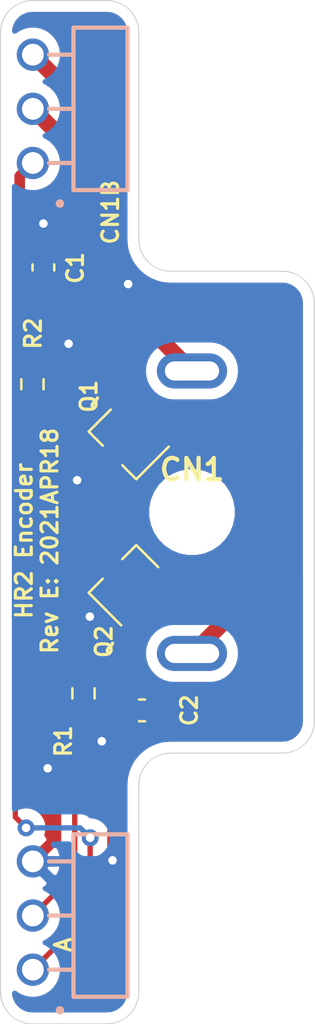
<source format=kicad_pcb>
(kicad_pcb (version 20171130) (host pcbnew 5.1.9-73d0e3b20d~88~ubuntu20.04.1)

  (general
    (thickness 1.6)
    (drawings 155)
    (tracks 103)
    (zones 0)
    (modules 7)
    (nets 7)
  )

  (page A4)
  (layers
    (0 F.Cu signal)
    (31 B.Cu signal)
    (32 B.Adhes user)
    (33 F.Adhes user)
    (34 B.Paste user)
    (35 F.Paste user)
    (36 B.SilkS user hide)
    (37 F.SilkS user)
    (38 B.Mask user)
    (39 F.Mask user)
    (40 Dwgs.User user hide)
    (41 Cmts.User user hide)
    (42 Eco1.User user hide)
    (43 Eco2.User user hide)
    (44 Edge.Cuts user)
    (45 Margin user hide)
    (46 B.CrtYd user)
    (47 F.CrtYd user)
    (48 B.Fab user hide)
    (49 F.Fab user hide)
  )

  (setup
    (last_trace_width 0.5)
    (user_trace_width 0.5)
    (user_trace_width 0.75)
    (trace_clearance 0.2)
    (zone_clearance 0.508)
    (zone_45_only no)
    (trace_min 0.2)
    (via_size 0.8)
    (via_drill 0.4)
    (via_min_size 0.4)
    (via_min_drill 0.3)
    (uvia_size 0.3)
    (uvia_drill 0.1)
    (uvias_allowed no)
    (uvia_min_size 0.2)
    (uvia_min_drill 0.1)
    (edge_width 0.05)
    (segment_width 0.2)
    (pcb_text_width 0.3)
    (pcb_text_size 1.5 1.5)
    (mod_edge_width 0.12)
    (mod_text_size 1 1)
    (mod_text_width 0.15)
    (pad_size 5.05 5.05)
    (pad_drill 5.05)
    (pad_to_mask_clearance 0.05)
    (aux_axis_origin 0 0)
    (visible_elements FFFFFF7F)
    (pcbplotparams
      (layerselection 0x010fc_ffffffff)
      (usegerberextensions false)
      (usegerberattributes true)
      (usegerberadvancedattributes true)
      (creategerberjobfile true)
      (excludeedgelayer true)
      (linewidth 0.100000)
      (plotframeref false)
      (viasonmask false)
      (mode 1)
      (useauxorigin false)
      (hpglpennumber 1)
      (hpglpenspeed 20)
      (hpglpendiameter 15.000000)
      (psnegative false)
      (psa4output false)
      (plotreference true)
      (plotvalue true)
      (plotinvisibletext false)
      (padsonsilk false)
      (subtractmaskfromsilk false)
      (outputformat 1)
      (mirror false)
      (drillshape 0)
      (scaleselection 1)
      (outputdirectory ""))
  )

  (net 0 "")
  (net 1 /MOTOR-)
  (net 2 /MOTOR+)
  (net 3 /QUADB)
  (net 4 /QUADA)
  (net 5 /GND)
  (net 6 /VCC)

  (net_class Default "This is the default net class."
    (clearance 0.2)
    (trace_width 0.25)
    (via_dia 0.8)
    (via_drill 0.4)
    (uvia_dia 0.3)
    (uvia_drill 0.1)
    (add_net /GND)
    (add_net /MOTOR+)
    (add_net /MOTOR-)
    (add_net /QUADA)
    (add_net /QUADB)
    (add_net /VCC)
  )

  (module HR2:ENCODER_2xM1x3RA (layer F.Cu) (tedit 5F9F5158) (tstamp 607D2E7F)
    (at 100 100)
    (path /607CD965)
    (fp_text reference CN1 (at 0 -2) (layer F.SilkS)
      (effects (font (size 1 1) (thickness 0.2)))
    )
    (fp_text value ENCODER_FIX;2xM1x3RA (at 0 0) (layer F.Fab)
      (effects (font (size 1 1) (thickness 0.2)))
    )
    (fp_line (start -5.57 -22.73) (end -5.57 -15.11) (layer B.SilkS) (width 0.2))
    (fp_line (start -5.57 -15.11) (end -3.03 -15.11) (layer B.SilkS) (width 0.2))
    (fp_line (start -3.03 -15.11) (end -3.03 -22.73) (layer B.SilkS) (width 0.2))
    (fp_line (start -3.03 -22.73) (end -5.57 -22.73) (layer B.SilkS) (width 0.2))
    (fp_line (start -6.72 -16.38) (end -5.57 -16.38) (layer B.SilkS) (width 0.2))
    (fp_line (start -6.72 -18.92) (end -5.57 -18.92) (layer B.SilkS) (width 0.2))
    (fp_line (start -6.72 -21.46) (end -5.57 -21.46) (layer B.SilkS) (width 0.2))
    (fp_line (start -6.21 -14.58) (end -6.28 -14.55) (layer B.SilkS) (width 0.2))
    (fp_line (start -6.28 -14.55) (end -6.31 -14.48) (layer B.SilkS) (width 0.2))
    (fp_line (start -6.31 -14.48) (end -6.28 -14.4) (layer B.SilkS) (width 0.2))
    (fp_line (start -6.28 -14.4) (end -6.21 -14.38) (layer B.SilkS) (width 0.2))
    (fp_line (start -6.21 -14.38) (end -6.14 -14.4) (layer B.SilkS) (width 0.2))
    (fp_line (start -6.14 -14.4) (end -6.11 -14.48) (layer B.SilkS) (width 0.2))
    (fp_line (start -6.11 -14.48) (end -6.14 -14.55) (layer B.SilkS) (width 0.2))
    (fp_line (start -6.14 -14.55) (end -6.21 -14.58) (layer B.SilkS) (width 0.2))
    (fp_line (start -5.57 15.11) (end -5.57 22.73) (layer B.SilkS) (width 0.2))
    (fp_line (start -5.57 22.73) (end -3.03 22.73) (layer B.SilkS) (width 0.2))
    (fp_line (start -3.03 22.73) (end -3.03 15.11) (layer B.SilkS) (width 0.2))
    (fp_line (start -3.03 15.11) (end -5.57 15.11) (layer B.SilkS) (width 0.2))
    (fp_line (start -6.72 21.46) (end -5.57 21.46) (layer B.SilkS) (width 0.2))
    (fp_line (start -6.72 18.92) (end -5.57 18.92) (layer B.SilkS) (width 0.2))
    (fp_line (start -6.72 16.38) (end -5.57 16.38) (layer B.SilkS) (width 0.2))
    (fp_line (start -6.21 23.27) (end -6.28 23.29) (layer B.SilkS) (width 0.2))
    (fp_line (start -6.28 23.29) (end -6.31 23.37) (layer B.SilkS) (width 0.2))
    (fp_line (start -6.31 23.37) (end -6.28 23.44) (layer B.SilkS) (width 0.2))
    (fp_line (start -6.28 23.44) (end -6.21 23.47) (layer B.SilkS) (width 0.2))
    (fp_line (start -6.21 23.47) (end -6.14 23.44) (layer B.SilkS) (width 0.2))
    (fp_line (start -6.14 23.44) (end -6.11 23.37) (layer B.SilkS) (width 0.2))
    (fp_line (start -6.11 23.37) (end -6.14 23.29) (layer B.SilkS) (width 0.2))
    (fp_line (start -6.14 23.29) (end -6.21 23.27) (layer B.SilkS) (width 0.2))
    (pad "Encoder Shaft Hole" np_thru_hole circle (at 0 0) (size 3 3) (drill 3) (layers *.Cu *.Mask))
    (pad 7 thru_hole oval (at 0 6.6252) (size 3.3 1.65) (drill oval 2.55 0.9) (layers *.Cu *.Mask)
      (net 1 /MOTOR-))
    (pad 8 thru_hole oval (at 0 -6.6248) (size 3.3 1.65) (drill oval 2.55 0.9) (layers *.Cu *.Mask)
      (net 2 /MOTOR+))
    (pad 3 thru_hole circle (at -7.4801 16.38) (size 1.52 1.52) (drill 1.02) (layers *.Cu *.Mask)
      (net 5 /GND))
    (pad 2 thru_hole circle (at -7.4801 18.92) (size 1.52 1.52) (drill 1.02) (layers *.Cu *.Mask)
      (net 4 /QUADA))
    (pad 1 thru_hole circle (at -7.4801 21.46) (size 1.52 1.52) (drill 1.02) (layers *.Cu *.Mask)
      (net 3 /QUADB))
    (pad 6 thru_hole circle (at -7.4801 -21.46) (size 1.52 1.52) (drill 1.02) (layers *.Cu *.Mask)
      (net 1 /MOTOR-))
    (pad 5 thru_hole circle (at -7.4801 -18.92) (size 1.52 1.52) (drill 1.02) (layers *.Cu *.Mask)
      (net 2 /MOTOR+))
    (pad 4 thru_hole circle (at -7.4801 -16.38) (size 1.52 1.52) (drill 1.02) (layers *.Cu *.Mask)
      (net 6 /VCC))
  )

  (module Capacitor_SMD:C_0603_1608Metric (layer F.Cu) (tedit 5F68FEEE) (tstamp 60619936)
    (at 97.65 109.2962)
    (descr "Capacitor SMD 0603 (1608 Metric), square (rectangular) end terminal, IPC_7351 nominal, (Body size source: IPC-SM-782 page 76, https://www.pcb-3d.com/wordpress/wp-content/uploads/ipc-sm-782a_amendment_1_and_2.pdf), generated with kicad-footprint-generator")
    (tags capacitor)
    (path /60637842)
    (attr smd)
    (fp_text reference C2 (at 2.2228 0 90) (layer F.SilkS)
      (effects (font (size 0.75 0.75) (thickness 0.15)))
    )
    (fp_text value 10nF;1608 (at 0 1.43) (layer F.Fab)
      (effects (font (size 1 1) (thickness 0.15)))
    )
    (fp_line (start -0.8 0.4) (end -0.8 -0.4) (layer F.Fab) (width 0.1))
    (fp_line (start -0.8 -0.4) (end 0.8 -0.4) (layer F.Fab) (width 0.1))
    (fp_line (start 0.8 -0.4) (end 0.8 0.4) (layer F.Fab) (width 0.1))
    (fp_line (start 0.8 0.4) (end -0.8 0.4) (layer F.Fab) (width 0.1))
    (fp_line (start -0.14058 -0.51) (end 0.14058 -0.51) (layer F.SilkS) (width 0.12))
    (fp_line (start -0.14058 0.51) (end 0.14058 0.51) (layer F.SilkS) (width 0.12))
    (fp_line (start -1.48 0.73) (end -1.48 -0.73) (layer F.CrtYd) (width 0.05))
    (fp_line (start -1.48 -0.73) (end 1.48 -0.73) (layer F.CrtYd) (width 0.05))
    (fp_line (start 1.48 -0.73) (end 1.48 0.73) (layer F.CrtYd) (width 0.05))
    (fp_line (start 1.48 0.73) (end -1.48 0.73) (layer F.CrtYd) (width 0.05))
    (fp_text user %R (at 0 0) (layer F.Fab)
      (effects (font (size 0.4 0.4) (thickness 0.06)))
    )
    (pad 2 smd roundrect (at 0.775 0) (size 0.9 0.95) (layers F.Cu F.Paste F.Mask) (roundrect_rratio 0.25)
      (net 5 /GND))
    (pad 1 smd roundrect (at -0.775 0) (size 0.9 0.95) (layers F.Cu F.Paste F.Mask) (roundrect_rratio 0.25)
      (net 6 /VCC))
    (model ${KISYS3DMOD}/Capacitor_SMD.3dshapes/C_0603_1608Metric.wrl
      (at (xyz 0 0 0))
      (scale (xyz 1 1 1))
      (rotate (xyz 0 0 0))
    )
  )

  (module Capacitor_SMD:C_0603_1608Metric (layer F.Cu) (tedit 5F68FEEE) (tstamp 60619B26)
    (at 93.0148 88.519 90)
    (descr "Capacitor SMD 0603 (1608 Metric), square (rectangular) end terminal, IPC_7351 nominal, (Body size source: IPC-SM-782 page 76, https://www.pcb-3d.com/wordpress/wp-content/uploads/ipc-sm-782a_amendment_1_and_2.pdf), generated with kicad-footprint-generator")
    (tags capacitor)
    (path /60634648)
    (attr smd)
    (fp_text reference C1 (at -0.0254 1.4986 90) (layer F.SilkS)
      (effects (font (size 0.75 0.75) (thickness 0.15)))
    )
    (fp_text value 10nF;1608 (at 0 1.43 90) (layer F.Fab)
      (effects (font (size 1 1) (thickness 0.15)))
    )
    (fp_line (start -0.8 0.4) (end -0.8 -0.4) (layer F.Fab) (width 0.1))
    (fp_line (start -0.8 -0.4) (end 0.8 -0.4) (layer F.Fab) (width 0.1))
    (fp_line (start 0.8 -0.4) (end 0.8 0.4) (layer F.Fab) (width 0.1))
    (fp_line (start 0.8 0.4) (end -0.8 0.4) (layer F.Fab) (width 0.1))
    (fp_line (start -0.14058 -0.51) (end 0.14058 -0.51) (layer F.SilkS) (width 0.12))
    (fp_line (start -0.14058 0.51) (end 0.14058 0.51) (layer F.SilkS) (width 0.12))
    (fp_line (start -1.48 0.73) (end -1.48 -0.73) (layer F.CrtYd) (width 0.05))
    (fp_line (start -1.48 -0.73) (end 1.48 -0.73) (layer F.CrtYd) (width 0.05))
    (fp_line (start 1.48 -0.73) (end 1.48 0.73) (layer F.CrtYd) (width 0.05))
    (fp_line (start 1.48 0.73) (end -1.48 0.73) (layer F.CrtYd) (width 0.05))
    (fp_text user %R (at 0 0 90) (layer F.Fab)
      (effects (font (size 0.4 0.4) (thickness 0.06)))
    )
    (pad 2 smd roundrect (at 0.775 0 90) (size 0.9 0.95) (layers F.Cu F.Paste F.Mask) (roundrect_rratio 0.25)
      (net 5 /GND))
    (pad 1 smd roundrect (at -0.775 0 90) (size 0.9 0.95) (layers F.Cu F.Paste F.Mask) (roundrect_rratio 0.25)
      (net 6 /VCC))
    (model ${KISYS3DMOD}/Capacitor_SMD.3dshapes/C_0603_1608Metric.wrl
      (at (xyz 0 0 0))
      (scale (xyz 1 1 1))
      (rotate (xyz 0 0 0))
    )
  )

  (module Resistor_SMD:R_0603_1608Metric (layer F.Cu) (tedit 5F68FEEE) (tstamp 5F423C80)
    (at 92.5 94 270)
    (descr "Resistor SMD 0603 (1608 Metric), square (rectangular) end terminal, IPC_7351 nominal, (Body size source: IPC-SM-782 page 72, https://www.pcb-3d.com/wordpress/wp-content/uploads/ipc-sm-782a_amendment_1_and_2.pdf), generated with kicad-footprint-generator")
    (tags resistor)
    (path /5F422F39)
    (attr smd)
    (fp_text reference R2 (at -2.3822 -0.0322 90) (layer F.SilkS)
      (effects (font (size 0.75 0.75) (thickness 0.15)))
    )
    (fp_text value 47KΩ;1608 (at 0 1.43 90) (layer F.Fab)
      (effects (font (size 1 1) (thickness 0.15)))
    )
    (fp_line (start 1.48 0.73) (end -1.48 0.73) (layer F.CrtYd) (width 0.05))
    (fp_line (start 1.48 -0.73) (end 1.48 0.73) (layer F.CrtYd) (width 0.05))
    (fp_line (start -1.48 -0.73) (end 1.48 -0.73) (layer F.CrtYd) (width 0.05))
    (fp_line (start -1.48 0.73) (end -1.48 -0.73) (layer F.CrtYd) (width 0.05))
    (fp_line (start -0.237258 0.5225) (end 0.237258 0.5225) (layer F.SilkS) (width 0.12))
    (fp_line (start -0.237258 -0.5225) (end 0.237258 -0.5225) (layer F.SilkS) (width 0.12))
    (fp_line (start 0.8 0.4125) (end -0.8 0.4125) (layer F.Fab) (width 0.1))
    (fp_line (start 0.8 -0.4125) (end 0.8 0.4125) (layer F.Fab) (width 0.1))
    (fp_line (start -0.8 -0.4125) (end 0.8 -0.4125) (layer F.Fab) (width 0.1))
    (fp_line (start -0.8 0.4125) (end -0.8 -0.4125) (layer F.Fab) (width 0.1))
    (fp_text user %R (at 0 0 90) (layer F.Fab)
      (effects (font (size 0.4 0.4) (thickness 0.06)))
    )
    (pad 2 smd roundrect (at 0.825 0 270) (size 0.8 0.95) (layers F.Cu F.Paste F.Mask) (roundrect_rratio 0.25)
      (net 3 /QUADB))
    (pad 1 smd roundrect (at -0.825 0 270) (size 0.8 0.95) (layers F.Cu F.Paste F.Mask) (roundrect_rratio 0.25)
      (net 6 /VCC))
    (model ${KISYS3DMOD}/Resistor_SMD.3dshapes/R_0603_1608Metric.wrl
      (at (xyz 0 0 0))
      (scale (xyz 1 1 1))
      (rotate (xyz 0 0 0))
    )
  )

  (module Resistor_SMD:R_0603_1608Metric (layer F.Cu) (tedit 5F68FEEE) (tstamp 5F41F21C)
    (at 94.9 108.5 270)
    (descr "Resistor SMD 0603 (1608 Metric), square (rectangular) end terminal, IPC_7351 nominal, (Body size source: IPC-SM-782 page 72, https://www.pcb-3d.com/wordpress/wp-content/uploads/ipc-sm-782a_amendment_1_and_2.pdf), generated with kicad-footprint-generator")
    (tags resistor)
    (path /5F42263B)
    (attr smd)
    (fp_text reference R1 (at 2.244 0.9454 90) (layer F.SilkS)
      (effects (font (size 0.75 0.75) (thickness 0.15)))
    )
    (fp_text value 47KΩ;1608 (at 0 1.43 90) (layer F.Fab)
      (effects (font (size 1 1) (thickness 0.15)))
    )
    (fp_line (start 1.48 0.73) (end -1.48 0.73) (layer F.CrtYd) (width 0.05))
    (fp_line (start 1.48 -0.73) (end 1.48 0.73) (layer F.CrtYd) (width 0.05))
    (fp_line (start -1.48 -0.73) (end 1.48 -0.73) (layer F.CrtYd) (width 0.05))
    (fp_line (start -1.48 0.73) (end -1.48 -0.73) (layer F.CrtYd) (width 0.05))
    (fp_line (start -0.237258 0.5225) (end 0.237258 0.5225) (layer F.SilkS) (width 0.12))
    (fp_line (start -0.237258 -0.5225) (end 0.237258 -0.5225) (layer F.SilkS) (width 0.12))
    (fp_line (start 0.8 0.4125) (end -0.8 0.4125) (layer F.Fab) (width 0.1))
    (fp_line (start 0.8 -0.4125) (end 0.8 0.4125) (layer F.Fab) (width 0.1))
    (fp_line (start -0.8 -0.4125) (end 0.8 -0.4125) (layer F.Fab) (width 0.1))
    (fp_line (start -0.8 0.4125) (end -0.8 -0.4125) (layer F.Fab) (width 0.1))
    (fp_text user %R (at 0 0 90) (layer F.Fab)
      (effects (font (size 0.4 0.4) (thickness 0.06)))
    )
    (pad 2 smd roundrect (at 0.825 0 270) (size 0.8 0.95) (layers F.Cu F.Paste F.Mask) (roundrect_rratio 0.25)
      (net 4 /QUADA))
    (pad 1 smd roundrect (at -0.825 0 270) (size 0.8 0.95) (layers F.Cu F.Paste F.Mask) (roundrect_rratio 0.25)
      (net 6 /VCC))
    (model ${KISYS3DMOD}/Resistor_SMD.3dshapes/R_0603_1608Metric.wrl
      (at (xyz 0 0 0))
      (scale (xyz 1 1 1))
      (rotate (xyz 0 0 0))
    )
  )

  (module Package_TO_SOT_SMD:SOT-23 (layer F.Cu) (tedit 5A02FF57) (tstamp 60617EF7)
    (at 96.8 103.2 135)
    (descr "SOT-23, Standard")
    (tags SOT-23)
    (path /6062122A)
    (attr smd)
    (fp_text reference Q2 (at -1.364716 -2.694643 270) (layer F.SilkS)
      (effects (font (size 0.75 0.75) (thickness 0.15)))
    )
    (fp_text value DRV5013FAQDBZR;SOT23 (at 0 2.5 135) (layer F.Fab)
      (effects (font (size 1 1) (thickness 0.15)))
    )
    (fp_line (start 0.76 1.58) (end -0.7 1.58) (layer F.SilkS) (width 0.12))
    (fp_line (start 0.76 -1.58) (end -1.4 -1.58) (layer F.SilkS) (width 0.12))
    (fp_line (start -1.7 1.75) (end -1.7 -1.75) (layer F.CrtYd) (width 0.05))
    (fp_line (start 1.7 1.75) (end -1.7 1.75) (layer F.CrtYd) (width 0.05))
    (fp_line (start 1.7 -1.75) (end 1.7 1.75) (layer F.CrtYd) (width 0.05))
    (fp_line (start -1.7 -1.75) (end 1.7 -1.75) (layer F.CrtYd) (width 0.05))
    (fp_line (start 0.76 -1.58) (end 0.76 -0.65) (layer F.SilkS) (width 0.12))
    (fp_line (start 0.76 1.58) (end 0.76 0.65) (layer F.SilkS) (width 0.12))
    (fp_line (start -0.7 1.52) (end 0.7 1.52) (layer F.Fab) (width 0.1))
    (fp_line (start 0.7 -1.52) (end 0.7 1.52) (layer F.Fab) (width 0.1))
    (fp_line (start -0.7 -0.95) (end -0.15 -1.52) (layer F.Fab) (width 0.1))
    (fp_line (start -0.15 -1.52) (end 0.7 -1.52) (layer F.Fab) (width 0.1))
    (fp_line (start -0.7 -0.95) (end -0.7 1.5) (layer F.Fab) (width 0.1))
    (fp_text user %R (at 0 0 45) (layer F.Fab)
      (effects (font (size 0.5 0.5) (thickness 0.075)))
    )
    (pad 3 smd rect (at 1 0 135) (size 0.9 0.8) (layers F.Cu F.Paste F.Mask)
      (net 5 /GND))
    (pad 2 smd rect (at -1 0.95 135) (size 0.9 0.8) (layers F.Cu F.Paste F.Mask)
      (net 4 /QUADA))
    (pad 1 smd rect (at -1 -0.95 135) (size 0.9 0.8) (layers F.Cu F.Paste F.Mask)
      (net 6 /VCC))
    (model ${KISYS3DMOD}/Package_TO_SOT_SMD.3dshapes/SOT-23.wrl
      (at (xyz 0 0 0))
      (scale (xyz 1 1 1))
      (rotate (xyz 0 0 0))
    )
  )

  (module Package_TO_SOT_SMD:SOT-23 (layer F.Cu) (tedit 5A02FF57) (tstamp 600A5518)
    (at 96.8 96.8 225)
    (descr "SOT-23, Standard")
    (tags SOT-23)
    (path /606117B3)
    (attr smd)
    (fp_text reference Q1 (at -0.413092 2.748807 90) (layer F.SilkS)
      (effects (font (size 0.75 0.75) (thickness 0.15)))
    )
    (fp_text value DRV5013FAQDBZR;SOT23 (at 0 2.5 45) (layer F.Fab)
      (effects (font (size 1 1) (thickness 0.15)))
    )
    (fp_line (start 0.76 1.58) (end -0.7 1.58) (layer F.SilkS) (width 0.12))
    (fp_line (start 0.76 -1.58) (end -1.4 -1.58) (layer F.SilkS) (width 0.12))
    (fp_line (start -1.7 1.75) (end -1.7 -1.75) (layer F.CrtYd) (width 0.05))
    (fp_line (start 1.7 1.75) (end -1.7 1.75) (layer F.CrtYd) (width 0.05))
    (fp_line (start 1.7 -1.75) (end 1.7 1.75) (layer F.CrtYd) (width 0.05))
    (fp_line (start -1.7 -1.75) (end 1.7 -1.75) (layer F.CrtYd) (width 0.05))
    (fp_line (start 0.76 -1.58) (end 0.76 -0.65) (layer F.SilkS) (width 0.12))
    (fp_line (start 0.76 1.58) (end 0.76 0.65) (layer F.SilkS) (width 0.12))
    (fp_line (start -0.7 1.52) (end 0.7 1.52) (layer F.Fab) (width 0.1))
    (fp_line (start 0.7 -1.52) (end 0.7 1.52) (layer F.Fab) (width 0.1))
    (fp_line (start -0.7 -0.95) (end -0.15 -1.52) (layer F.Fab) (width 0.1))
    (fp_line (start -0.15 -1.52) (end 0.7 -1.52) (layer F.Fab) (width 0.1))
    (fp_line (start -0.7 -0.95) (end -0.7 1.5) (layer F.Fab) (width 0.1))
    (fp_text user %R (at 0 0 135) (layer F.Fab)
      (effects (font (size 0.5 0.5) (thickness 0.075)))
    )
    (pad 3 smd rect (at 1 0 225) (size 0.9 0.8) (layers F.Cu F.Paste F.Mask)
      (net 5 /GND))
    (pad 2 smd rect (at -1 0.95 225) (size 0.9 0.8) (layers F.Cu F.Paste F.Mask)
      (net 3 /QUADB))
    (pad 1 smd rect (at -1 -0.95 225) (size 0.9 0.8) (layers F.Cu F.Paste F.Mask)
      (net 6 /VCC))
    (model ${KISYS3DMOD}/Package_TO_SOT_SMD.3dshapes/SOT-23.wrl
      (at (xyz 0 0 0))
      (scale (xyz 1 1 1))
      (rotate (xyz 0 0 0))
    )
  )

  (gr_text "HR2 Encoder\nRev E: 2021APR18" (at 92.71 101.346 90) (layer F.SilkS) (tstamp 6067DC71)
    (effects (font (size 0.75 0.75) (thickness 0.15)))
  )
  (gr_text CN1B (at 96.1644 85.9282 90) (layer F.SilkS) (tstamp 5FE4E01F)
    (effects (font (size 0.75 0.75) (thickness 0.15)))
  )
  (gr_text A (at 93.94 120.29 90) (layer F.SilkS)
    (effects (font (size 0.75 0.75) (thickness 0.15)))
  )
  (gr_line (start 92.5 76) (end 92.37 76.01) (layer Edge.Cuts) (width 0.05))
  (gr_line (start 92.37 76.01) (end 92.24 76.02) (layer Edge.Cuts) (width 0.05))
  (gr_line (start 92.24 76.02) (end 92.11 76.05) (layer Edge.Cuts) (width 0.05))
  (gr_line (start 92.11 76.05) (end 91.99 76.09) (layer Edge.Cuts) (width 0.05))
  (gr_line (start 91.99 76.09) (end 91.87 76.14) (layer Edge.Cuts) (width 0.05))
  (gr_line (start 91.87 76.14) (end 91.75 76.2) (layer Edge.Cuts) (width 0.05))
  (gr_line (start 91.75 76.2) (end 91.64 76.27) (layer Edge.Cuts) (width 0.05))
  (gr_line (start 91.64 76.27) (end 91.54 76.35) (layer Edge.Cuts) (width 0.05))
  (gr_line (start 91.54 76.35) (end 91.44 76.44) (layer Edge.Cuts) (width 0.05))
  (gr_line (start 91.44 76.44) (end 91.35 76.54) (layer Edge.Cuts) (width 0.05))
  (gr_line (start 91.35 76.54) (end 91.27 76.64) (layer Edge.Cuts) (width 0.05))
  (gr_line (start 91.27 76.64) (end 91.2 76.75) (layer Edge.Cuts) (width 0.05))
  (gr_line (start 91.2 76.75) (end 91.14 76.87) (layer Edge.Cuts) (width 0.05))
  (gr_line (start 91.14 76.87) (end 91.09 76.99) (layer Edge.Cuts) (width 0.05))
  (gr_line (start 91.09 76.99) (end 91.05 77.11) (layer Edge.Cuts) (width 0.05))
  (gr_line (start 91.05 77.11) (end 91.02 77.24) (layer Edge.Cuts) (width 0.05))
  (gr_line (start 91.02 77.24) (end 91.01 77.37) (layer Edge.Cuts) (width 0.05))
  (gr_line (start 91.01 77.37) (end 91 77.5) (layer Edge.Cuts) (width 0.05))
  (gr_line (start 91 77.5) (end 91 122.5) (layer Edge.Cuts) (width 0.05))
  (gr_line (start 91 122.5) (end 91.01 122.63) (layer Edge.Cuts) (width 0.05))
  (gr_line (start 91.01 122.63) (end 91.02 122.76) (layer Edge.Cuts) (width 0.05))
  (gr_line (start 91.02 122.76) (end 91.05 122.89) (layer Edge.Cuts) (width 0.05))
  (gr_line (start 91.05 122.89) (end 91.09 123.01) (layer Edge.Cuts) (width 0.05))
  (gr_line (start 91.09 123.01) (end 91.14 123.13) (layer Edge.Cuts) (width 0.05))
  (gr_line (start 91.14 123.13) (end 91.2 123.25) (layer Edge.Cuts) (width 0.05))
  (gr_line (start 91.2 123.25) (end 91.27 123.36) (layer Edge.Cuts) (width 0.05))
  (gr_line (start 91.27 123.36) (end 91.35 123.46) (layer Edge.Cuts) (width 0.05))
  (gr_line (start 91.35 123.46) (end 91.44 123.56) (layer Edge.Cuts) (width 0.05))
  (gr_line (start 91.44 123.56) (end 91.54 123.65) (layer Edge.Cuts) (width 0.05))
  (gr_line (start 91.54 123.65) (end 91.64 123.73) (layer Edge.Cuts) (width 0.05))
  (gr_line (start 91.64 123.73) (end 91.75 123.8) (layer Edge.Cuts) (width 0.05))
  (gr_line (start 91.75 123.8) (end 91.87 123.86) (layer Edge.Cuts) (width 0.05))
  (gr_line (start 91.87 123.86) (end 91.99 123.91) (layer Edge.Cuts) (width 0.05))
  (gr_line (start 91.99 123.91) (end 92.11 123.95) (layer Edge.Cuts) (width 0.05))
  (gr_line (start 92.11 123.95) (end 92.24 123.98) (layer Edge.Cuts) (width 0.05))
  (gr_line (start 92.24 123.98) (end 92.37 123.99) (layer Edge.Cuts) (width 0.05))
  (gr_line (start 92.37 123.99) (end 92.5 124) (layer Edge.Cuts) (width 0.05))
  (gr_line (start 92.5 124) (end 96 124) (layer Edge.Cuts) (width 0.05))
  (gr_line (start 96 124) (end 96.13 123.99) (layer Edge.Cuts) (width 0.05))
  (gr_line (start 96.13 123.99) (end 96.26 123.98) (layer Edge.Cuts) (width 0.05))
  (gr_line (start 96.26 123.98) (end 96.39 123.95) (layer Edge.Cuts) (width 0.05))
  (gr_line (start 96.39 123.95) (end 96.51 123.91) (layer Edge.Cuts) (width 0.05))
  (gr_line (start 96.51 123.91) (end 96.63 123.86) (layer Edge.Cuts) (width 0.05))
  (gr_line (start 96.63 123.86) (end 96.75 123.8) (layer Edge.Cuts) (width 0.05))
  (gr_line (start 96.75 123.8) (end 96.86 123.73) (layer Edge.Cuts) (width 0.05))
  (gr_line (start 96.86 123.73) (end 96.96 123.65) (layer Edge.Cuts) (width 0.05))
  (gr_line (start 96.96 123.65) (end 97.06 123.56) (layer Edge.Cuts) (width 0.05))
  (gr_line (start 97.06 123.56) (end 97.15 123.46) (layer Edge.Cuts) (width 0.05))
  (gr_line (start 97.15 123.46) (end 97.23 123.36) (layer Edge.Cuts) (width 0.05))
  (gr_line (start 97.23 123.36) (end 97.3 123.25) (layer Edge.Cuts) (width 0.05))
  (gr_line (start 97.3 123.25) (end 97.36 123.13) (layer Edge.Cuts) (width 0.05))
  (gr_line (start 97.36 123.13) (end 97.41 123.01) (layer Edge.Cuts) (width 0.05))
  (gr_line (start 97.41 123.01) (end 97.45 122.89) (layer Edge.Cuts) (width 0.05))
  (gr_line (start 97.45 122.89) (end 97.48 122.76) (layer Edge.Cuts) (width 0.05))
  (gr_line (start 97.48 122.76) (end 97.49 122.63) (layer Edge.Cuts) (width 0.05))
  (gr_line (start 97.49 122.63) (end 97.5 122.5) (layer Edge.Cuts) (width 0.05))
  (gr_line (start 97.5 122.5) (end 97.5 112.8) (layer Edge.Cuts) (width 0.05))
  (gr_line (start 97.5 112.8) (end 97.51 112.67) (layer Edge.Cuts) (width 0.05))
  (gr_line (start 97.51 112.67) (end 97.52 112.54) (layer Edge.Cuts) (width 0.05))
  (gr_line (start 97.52 112.54) (end 97.55 112.41) (layer Edge.Cuts) (width 0.05))
  (gr_line (start 97.55 112.41) (end 97.59 112.29) (layer Edge.Cuts) (width 0.05))
  (gr_line (start 97.59 112.29) (end 97.64 112.17) (layer Edge.Cuts) (width 0.05))
  (gr_line (start 97.64 112.17) (end 97.7 112.05) (layer Edge.Cuts) (width 0.05))
  (gr_line (start 97.7 112.05) (end 97.77 111.94) (layer Edge.Cuts) (width 0.05))
  (gr_line (start 97.77 111.94) (end 97.85 111.84) (layer Edge.Cuts) (width 0.05))
  (gr_line (start 97.85 111.84) (end 97.94 111.74) (layer Edge.Cuts) (width 0.05))
  (gr_line (start 97.94 111.74) (end 98.04 111.65) (layer Edge.Cuts) (width 0.05))
  (gr_line (start 98.04 111.65) (end 98.14 111.57) (layer Edge.Cuts) (width 0.05))
  (gr_line (start 98.14 111.57) (end 98.25 111.5) (layer Edge.Cuts) (width 0.05))
  (gr_line (start 98.25 111.5) (end 98.37 111.44) (layer Edge.Cuts) (width 0.05))
  (gr_line (start 98.37 111.44) (end 98.49 111.39) (layer Edge.Cuts) (width 0.05))
  (gr_line (start 98.49 111.39) (end 98.61 111.35) (layer Edge.Cuts) (width 0.05))
  (gr_line (start 98.61 111.35) (end 98.74 111.32) (layer Edge.Cuts) (width 0.05))
  (gr_line (start 98.74 111.32) (end 98.87 111.31) (layer Edge.Cuts) (width 0.05))
  (gr_line (start 98.87 111.31) (end 99 111.3) (layer Edge.Cuts) (width 0.05))
  (gr_line (start 99 111.3) (end 104.25 111.3) (layer Edge.Cuts) (width 0.05))
  (gr_line (start 104.25 111.3) (end 104.38 111.29) (layer Edge.Cuts) (width 0.05))
  (gr_line (start 104.38 111.29) (end 104.51 111.28) (layer Edge.Cuts) (width 0.05))
  (gr_line (start 104.51 111.28) (end 104.64 111.25) (layer Edge.Cuts) (width 0.05))
  (gr_line (start 104.64 111.25) (end 104.76 111.21) (layer Edge.Cuts) (width 0.05))
  (gr_line (start 104.76 111.21) (end 104.88 111.16) (layer Edge.Cuts) (width 0.05))
  (gr_line (start 104.88 111.16) (end 105 111.1) (layer Edge.Cuts) (width 0.05))
  (gr_line (start 105 111.1) (end 105.11 111.03) (layer Edge.Cuts) (width 0.05))
  (gr_line (start 105.11 111.03) (end 105.21 110.95) (layer Edge.Cuts) (width 0.05))
  (gr_line (start 105.21 110.95) (end 105.31 110.86) (layer Edge.Cuts) (width 0.05))
  (gr_line (start 105.31 110.86) (end 105.4 110.76) (layer Edge.Cuts) (width 0.05))
  (gr_line (start 105.4 110.76) (end 105.48 110.66) (layer Edge.Cuts) (width 0.05))
  (gr_line (start 105.48 110.66) (end 105.55 110.55) (layer Edge.Cuts) (width 0.05))
  (gr_line (start 105.55 110.55) (end 105.61 110.43) (layer Edge.Cuts) (width 0.05))
  (gr_line (start 105.61 110.43) (end 105.66 110.31) (layer Edge.Cuts) (width 0.05))
  (gr_line (start 105.66 110.31) (end 105.7 110.19) (layer Edge.Cuts) (width 0.05))
  (gr_line (start 105.7 110.19) (end 105.73 110.06) (layer Edge.Cuts) (width 0.05))
  (gr_line (start 105.73 110.06) (end 105.74 109.93) (layer Edge.Cuts) (width 0.05))
  (gr_line (start 105.74 109.93) (end 105.75 109.8) (layer Edge.Cuts) (width 0.05))
  (gr_line (start 105.75 109.8) (end 105.75 90.2) (layer Edge.Cuts) (width 0.05))
  (gr_line (start 105.75 90.2) (end 105.74 90.07) (layer Edge.Cuts) (width 0.05))
  (gr_line (start 105.74 90.07) (end 105.73 89.94) (layer Edge.Cuts) (width 0.05))
  (gr_line (start 105.73 89.94) (end 105.7 89.81) (layer Edge.Cuts) (width 0.05))
  (gr_line (start 105.7 89.81) (end 105.66 89.69) (layer Edge.Cuts) (width 0.05))
  (gr_line (start 105.66 89.69) (end 105.61 89.57) (layer Edge.Cuts) (width 0.05))
  (gr_line (start 105.61 89.57) (end 105.55 89.45) (layer Edge.Cuts) (width 0.05))
  (gr_line (start 105.55 89.45) (end 105.48 89.34) (layer Edge.Cuts) (width 0.05))
  (gr_line (start 105.48 89.34) (end 105.4 89.24) (layer Edge.Cuts) (width 0.05))
  (gr_line (start 105.4 89.24) (end 105.31 89.14) (layer Edge.Cuts) (width 0.05))
  (gr_line (start 105.31 89.14) (end 105.21 89.05) (layer Edge.Cuts) (width 0.05))
  (gr_line (start 105.21 89.05) (end 105.11 88.97) (layer Edge.Cuts) (width 0.05))
  (gr_line (start 105.11 88.97) (end 105 88.9) (layer Edge.Cuts) (width 0.05))
  (gr_line (start 105 88.9) (end 104.88 88.84) (layer Edge.Cuts) (width 0.05))
  (gr_line (start 104.88 88.84) (end 104.76 88.79) (layer Edge.Cuts) (width 0.05))
  (gr_line (start 104.76 88.79) (end 104.64 88.75) (layer Edge.Cuts) (width 0.05))
  (gr_line (start 104.64 88.75) (end 104.51 88.72) (layer Edge.Cuts) (width 0.05))
  (gr_line (start 104.51 88.72) (end 104.38 88.71) (layer Edge.Cuts) (width 0.05))
  (gr_line (start 104.38 88.71) (end 104.25 88.7) (layer Edge.Cuts) (width 0.05))
  (gr_line (start 104.25 88.7) (end 99 88.7) (layer Edge.Cuts) (width 0.05))
  (gr_line (start 99 88.7) (end 98.87 88.69) (layer Edge.Cuts) (width 0.05))
  (gr_line (start 98.87 88.69) (end 98.74 88.68) (layer Edge.Cuts) (width 0.05))
  (gr_line (start 98.74 88.68) (end 98.61 88.65) (layer Edge.Cuts) (width 0.05))
  (gr_line (start 98.61 88.65) (end 98.49 88.61) (layer Edge.Cuts) (width 0.05))
  (gr_line (start 98.49 88.61) (end 98.37 88.56) (layer Edge.Cuts) (width 0.05))
  (gr_line (start 98.37 88.56) (end 98.25 88.5) (layer Edge.Cuts) (width 0.05))
  (gr_line (start 98.25 88.5) (end 98.14 88.43) (layer Edge.Cuts) (width 0.05))
  (gr_line (start 98.14 88.43) (end 98.04 88.35) (layer Edge.Cuts) (width 0.05))
  (gr_line (start 98.04 88.35) (end 97.94 88.26) (layer Edge.Cuts) (width 0.05))
  (gr_line (start 97.94 88.26) (end 97.85 88.16) (layer Edge.Cuts) (width 0.05))
  (gr_line (start 97.85 88.16) (end 97.77 88.06) (layer Edge.Cuts) (width 0.05))
  (gr_line (start 97.77 88.06) (end 97.7 87.95) (layer Edge.Cuts) (width 0.05))
  (gr_line (start 97.7 87.95) (end 97.64 87.83) (layer Edge.Cuts) (width 0.05))
  (gr_line (start 97.64 87.83) (end 97.59 87.71) (layer Edge.Cuts) (width 0.05))
  (gr_line (start 97.59 87.71) (end 97.55 87.59) (layer Edge.Cuts) (width 0.05))
  (gr_line (start 97.55 87.59) (end 97.52 87.46) (layer Edge.Cuts) (width 0.05))
  (gr_line (start 97.52 87.46) (end 97.51 87.33) (layer Edge.Cuts) (width 0.05))
  (gr_line (start 97.51 87.33) (end 97.5 87.2) (layer Edge.Cuts) (width 0.05))
  (gr_line (start 97.5 87.2) (end 97.5 77.5) (layer Edge.Cuts) (width 0.05))
  (gr_line (start 97.5 77.5) (end 97.49 77.37) (layer Edge.Cuts) (width 0.05))
  (gr_line (start 97.49 77.37) (end 97.48 77.24) (layer Edge.Cuts) (width 0.05))
  (gr_line (start 97.48 77.24) (end 97.45 77.11) (layer Edge.Cuts) (width 0.05))
  (gr_line (start 97.45 77.11) (end 97.41 76.99) (layer Edge.Cuts) (width 0.05))
  (gr_line (start 97.41 76.99) (end 97.36 76.87) (layer Edge.Cuts) (width 0.05))
  (gr_line (start 97.36 76.87) (end 97.3 76.75) (layer Edge.Cuts) (width 0.05))
  (gr_line (start 97.3 76.75) (end 97.23 76.64) (layer Edge.Cuts) (width 0.05))
  (gr_line (start 97.23 76.64) (end 97.15 76.54) (layer Edge.Cuts) (width 0.05))
  (gr_line (start 97.15 76.54) (end 97.06 76.44) (layer Edge.Cuts) (width 0.05))
  (gr_line (start 97.06 76.44) (end 96.96 76.35) (layer Edge.Cuts) (width 0.05))
  (gr_line (start 96.96 76.35) (end 96.86 76.27) (layer Edge.Cuts) (width 0.05))
  (gr_line (start 96.86 76.27) (end 96.75 76.2) (layer Edge.Cuts) (width 0.05))
  (gr_line (start 96.75 76.2) (end 96.63 76.14) (layer Edge.Cuts) (width 0.05))
  (gr_line (start 96.63 76.14) (end 96.51 76.09) (layer Edge.Cuts) (width 0.05))
  (gr_line (start 96.51 76.09) (end 96.39 76.05) (layer Edge.Cuts) (width 0.05))
  (gr_line (start 96.39 76.05) (end 96.26 76.02) (layer Edge.Cuts) (width 0.05))
  (gr_line (start 96.26 76.02) (end 96.13 76.01) (layer Edge.Cuts) (width 0.05))
  (gr_line (start 96.13 76.01) (end 96 76) (layer Edge.Cuts) (width 0.05))
  (gr_line (start 96 76) (end 92.5 76) (layer Edge.Cuts) (width 0.05))

  (segment (start 100.0292 106.6252) (end 100 106.6252) (width 0.75) (layer F.Cu) (net 1))
  (segment (start 95.2 89.7644) (end 96.3356 90.9) (width 0.75) (layer F.Cu) (net 1))
  (segment (start 96.3356 90.9) (end 100.9 90.9) (width 0.75) (layer F.Cu) (net 1))
  (segment (start 100.9 90.9) (end 102.6757 92.6757) (width 0.75) (layer F.Cu) (net 1))
  (segment (start 92.5199 78.54) (end 95.2 81.2201) (width 0.75) (layer F.Cu) (net 1))
  (segment (start 95.2 81.2201) (end 95.2 89.7644) (width 0.75) (layer F.Cu) (net 1))
  (segment (start 102.6757 92.6757) (end 102.6757 95.7415) (width 0.75) (layer F.Cu) (net 1))
  (segment (start 104.4956 102.1588) (end 100.0292 106.6252) (width 0.75) (layer F.Cu) (net 1))
  (segment (start 102.6757 95.7415) (end 104.4956 97.5614) (width 0.75) (layer F.Cu) (net 1))
  (segment (start 104.4956 97.5614) (end 104.4956 102.1588) (width 0.75) (layer F.Cu) (net 1))
  (segment (start 94.249989 82.810089) (end 92.5199 81.08) (width 0.75) (layer F.Cu) (net 2))
  (segment (start 98.474811 91.850011) (end 95.942093 91.850011) (width 0.75) (layer F.Cu) (net 2))
  (segment (start 100 93.3752) (end 98.474811 91.850011) (width 0.75) (layer F.Cu) (net 2))
  (segment (start 94.249989 90.157907) (end 94.249989 82.810089) (width 0.75) (layer F.Cu) (net 2))
  (segment (start 95.942093 91.850011) (end 94.249989 90.157907) (width 0.75) (layer F.Cu) (net 2))
  (segment (start 96.232413 94.8182) (end 92.5068 94.8182) (width 0.25) (layer F.Cu) (net 3))
  (segment (start 92.5068 94.8182) (end 92.5 94.825) (width 0.25) (layer F.Cu) (net 3))
  (segment (start 96.835355 95.421142) (end 96.232413 94.8182) (width 0.25) (layer F.Cu) (net 3))
  (via (at 92.202 114.808006) (size 0.8) (drill 0.4) (layers F.Cu B.Cu) (net 3))
  (segment (start 91.694 114.300006) (end 92.202 114.808006) (width 0.25) (layer F.Cu) (net 3))
  (segment (start 91.694 95.316) (end 91.694 114.300006) (width 0.25) (layer F.Cu) (net 3))
  (segment (start 92.5 94.51) (end 91.694 95.316) (width 0.25) (layer F.Cu) (net 3))
  (segment (start 94.7484 114.808006) (end 95.21301 115.272616) (width 0.25) (layer B.Cu) (net 3))
  (via (at 95.21301 115.272616) (size 0.8) (drill 0.4) (layers F.Cu B.Cu) (net 3))
  (segment (start 92.202 114.808006) (end 94.7484 114.808006) (width 0.25) (layer B.Cu) (net 3))
  (segment (start 94.03595 119.94395) (end 92.5199 121.46) (width 0.25) (layer F.Cu) (net 3))
  (segment (start 94.03595 118.81605) (end 94.03595 119.94395) (width 0.25) (layer F.Cu) (net 3))
  (segment (start 95.21301 117.63899) (end 94.03595 118.81605) (width 0.25) (layer F.Cu) (net 3))
  (segment (start 95.21301 115.272616) (end 95.21301 117.63899) (width 0.25) (layer F.Cu) (net 3))
  (segment (start 98.2 103.497057) (end 98.09028 103.606777) (width 0.25) (layer F.Cu) (net 4))
  (segment (start 94.9 109.325) (end 94.2628 109.325) (width 0.25) (layer F.Cu) (net 4))
  (segment (start 96.3454 101.401897) (end 98.178858 103.235355) (width 0.25) (layer F.Cu) (net 4))
  (segment (start 96.3454 101.4) (end 96.3454 101.401897) (width 0.25) (layer F.Cu) (net 4))
  (segment (start 95.2 101.4) (end 96.3454 101.4) (width 0.25) (layer F.Cu) (net 4))
  (segment (start 93.8022 102.7978) (end 95.2 101.4) (width 0.25) (layer F.Cu) (net 4))
  (segment (start 93.8022 108.8644) (end 93.8022 102.7978) (width 0.25) (layer F.Cu) (net 4))
  (segment (start 94.2628 109.325) (end 93.8022 108.8644) (width 0.25) (layer F.Cu) (net 4))
  (segment (start 94.488 116.9519) (end 92.5199 118.92) (width 0.25) (layer F.Cu) (net 4))
  (segment (start 94.9 110.332) (end 94.488 110.744) (width 0.25) (layer F.Cu) (net 4))
  (segment (start 94.9 109.325) (end 94.9 110.332) (width 0.25) (layer F.Cu) (net 4))
  (segment (start 94.488 110.744) (end 94.488 116.9519) (width 0.25) (layer F.Cu) (net 4))
  (via (at 94.6 98.5) (size 0.8) (drill 0.4) (layers F.Cu B.Cu) (net 5))
  (via (at 94.2 92.1) (size 0.8) (drill 0.4) (layers F.Cu B.Cu) (net 5))
  (segment (start 94.6 98.5) (end 94.6 92.5) (width 0.5) (layer B.Cu) (net 5) (tstamp 5FE4E323))
  (segment (start 94.6 92.5) (end 94.2 92.1) (width 0.5) (layer B.Cu) (net 5))
  (via (at 97 89.3) (size 0.8) (drill 0.4) (layers F.Cu B.Cu) (net 5))
  (segment (start 94.2 92.1) (end 97 89.3) (width 0.5) (layer B.Cu) (net 5))
  (via (at 95.2 104.9) (size 0.8) (drill 0.4) (layers F.Cu B.Cu) (net 5))
  (segment (start 94.6 104.3) (end 95.2 104.9) (width 0.5) (layer B.Cu) (net 5))
  (segment (start 94.6 98.5) (end 94.6 104.3) (width 0.5) (layer B.Cu) (net 5))
  (segment (start 94.6 98.5) (end 95.1242 98.5) (width 0.5) (layer F.Cu) (net 5))
  (segment (start 95.1242 98.4758) (end 95.1242 98.5) (width 0.5) (layer F.Cu) (net 5))
  (segment (start 96.092893 97.507107) (end 95.1242 98.4758) (width 0.5) (layer F.Cu) (net 5))
  (segment (start 95.2 103.4026) (end 95.2 104.9) (width 0.5) (layer F.Cu) (net 5))
  (segment (start 96.092893 102.509707) (end 95.2 103.4026) (width 0.5) (layer F.Cu) (net 5))
  (segment (start 96.092893 102.492893) (end 96.092893 102.509707) (width 0.5) (layer F.Cu) (net 5))
  (via (at 93.0148 86.4616) (size 0.8) (drill 0.4) (layers F.Cu B.Cu) (net 5))
  (segment (start 93.0148 87.744) (end 93.0148 86.4616) (width 0.5) (layer F.Cu) (net 5))
  (segment (start 95.8532 89.3) (end 93.0148 86.4616) (width 0.5) (layer B.Cu) (net 5))
  (segment (start 97 89.3) (end 95.8532 89.3) (width 0.5) (layer B.Cu) (net 5))
  (segment (start 98.425 109.7712) (end 97.4522 110.744) (width 0.5) (layer F.Cu) (net 5))
  (segment (start 98.425 109.2962) (end 98.425 109.7712) (width 0.5) (layer F.Cu) (net 5))
  (segment (start 95.2 104.9) (end 95.2 110.186) (width 0.5) (layer B.Cu) (net 5))
  (segment (start 95.2 110.186) (end 95.758 110.744) (width 0.5) (layer B.Cu) (net 5))
  (segment (start 97.4522 110.744) (end 95.758 110.744) (width 0.5) (layer F.Cu) (net 5))
  (via (at 95.758 110.744) (size 0.8) (drill 0.4) (layers F.Cu B.Cu) (net 5))
  (via (at 96.266 116.332) (size 0.8) (drill 0.4) (layers F.Cu B.Cu) (net 5))
  (segment (start 96.218 116.38) (end 96.266 116.332) (width 0.5) (layer B.Cu) (net 5))
  (segment (start 92.5199 116.38) (end 96.218 116.38) (width 0.5) (layer B.Cu) (net 5))
  (segment (start 96.266 111.252) (end 95.758 110.744) (width 0.5) (layer F.Cu) (net 5))
  (segment (start 96.266 116.332) (end 96.266 111.252) (width 0.5) (layer F.Cu) (net 5))
  (segment (start 95.758 110.744) (end 94.488 112.014) (width 0.5) (layer B.Cu) (net 5))
  (via (at 93.218 112.014) (size 0.8) (drill 0.4) (layers F.Cu B.Cu) (net 5))
  (segment (start 94.488 112.014) (end 93.218 112.014) (width 0.5) (layer B.Cu) (net 5))
  (segment (start 98.178858 96.764645) (end 99.071952 95.871552) (width 0.5) (layer F.Cu) (net 6))
  (segment (start 96.835355 104.578858) (end 97.361697 105.1052) (width 0.5) (layer F.Cu) (net 6))
  (segment (start 97.361697 105.528303) (end 97.361697 105.1052) (width 0.5) (layer F.Cu) (net 6))
  (segment (start 97.361697 105.863703) (end 97.361697 105.528303) (width 0.5) (layer F.Cu) (net 6))
  (segment (start 94.9 107.675) (end 95.5504 107.675) (width 0.5) (layer F.Cu) (net 6))
  (segment (start 101.5746 96.3676) (end 99.568 96.3676) (width 0.5) (layer F.Cu) (net 6))
  (segment (start 103.4542 98.2472) (end 101.5746 96.3676) (width 0.5) (layer F.Cu) (net 6))
  (segment (start 103.4542 101.6) (end 103.4542 98.2472) (width 0.5) (layer F.Cu) (net 6))
  (segment (start 101.2571 103.7971) (end 103.4542 101.6) (width 0.5) (layer F.Cu) (net 6))
  (segment (start 99.568 96.3676) (end 99.071952 95.871552) (width 0.5) (layer F.Cu) (net 6))
  (segment (start 99.5299 103.7971) (end 101.2571 103.7971) (width 0.5) (layer F.Cu) (net 6))
  (segment (start 98.2218 105.1052) (end 99.5299 103.7971) (width 0.5) (layer F.Cu) (net 6))
  (segment (start 97.361697 105.1052) (end 98.2218 105.1052) (width 0.5) (layer F.Cu) (net 6))
  (segment (start 93.360772 93.175) (end 92.5 93.175) (width 0.5) (layer F.Cu) (net 6))
  (segment (start 94.241972 94.0562) (end 93.360772 93.175) (width 0.5) (layer F.Cu) (net 6))
  (segment (start 97.2566 94.0562) (end 94.241972 94.0562) (width 0.5) (layer F.Cu) (net 6))
  (segment (start 99.071952 95.871552) (end 97.2566 94.0562) (width 0.5) (layer F.Cu) (net 6))
  (segment (start 91.9 84.2399) (end 92.5199 83.62) (width 0.5) (layer F.Cu) (net 6))
  (segment (start 92.5 93.175) (end 92.5 92.7286) (width 0.5) (layer F.Cu) (net 6))
  (segment (start 92.5 92.7286) (end 92.5 91.8024) (width 0.5) (layer F.Cu) (net 6))
  (segment (start 93.0148 91.2876) (end 93.0148 89.294) (width 0.5) (layer F.Cu) (net 6))
  (segment (start 92.5 91.8024) (end 93.0148 91.2876) (width 0.5) (layer F.Cu) (net 6))
  (segment (start 93.0148 89.294) (end 92.3674 89.294) (width 0.5) (layer F.Cu) (net 6))
  (segment (start 91.9 88.8266) (end 91.9 84.2399) (width 0.5) (layer F.Cu) (net 6))
  (segment (start 92.3674 89.294) (end 91.9 88.8266) (width 0.5) (layer F.Cu) (net 6))
  (segment (start 96.875 108.3558) (end 95.8723 107.3531) (width 0.5) (layer F.Cu) (net 6))
  (segment (start 96.875 109.2962) (end 96.875 108.3558) (width 0.5) (layer F.Cu) (net 6))
  (segment (start 95.8723 107.3531) (end 97.361697 105.863703) (width 0.5) (layer F.Cu) (net 6))
  (segment (start 95.5504 107.675) (end 95.8723 107.3531) (width 0.5) (layer F.Cu) (net 6))

  (zone (net 5) (net_name /GND) (layer B.Cu) (tstamp 5FE81219) (hatch edge 0.508)
    (connect_pads (clearance 0.508))
    (min_thickness 0.254)
    (fill yes (arc_segments 32) (thermal_gap 0.508) (thermal_bridge_width 0.508))
    (polygon
      (pts
        (xy 92.5 76) (xy 92.4 76) (xy 92.2 76) (xy 92.1 76.1) (xy 92 76.1)
        (xy 91.9 76.1) (xy 91.8 76.2) (xy 91.6 76.3) (xy 91.5 76.4) (xy 91.4 76.4)
        (xy 91.4 76.5) (xy 91.3 76.6) (xy 91.2 76.7) (xy 91.1 76.9) (xy 91.1 77)
        (xy 91.1 77.1) (xy 91 77.2) (xy 91 77.4) (xy 91 77.5) (xy 91 122.5)
        (xy 91 122.6) (xy 91 122.8) (xy 91.1 122.9) (xy 91.1 123) (xy 91.1 123.1)
        (xy 91.2 123.3) (xy 91.3 123.4) (xy 91.4 123.5) (xy 91.4 123.6) (xy 91.5 123.6)
        (xy 91.6 123.7) (xy 91.8 123.8) (xy 91.9 123.9) (xy 92 123.9) (xy 92.1 123.9)
        (xy 92.2 124) (xy 92.4 124) (xy 92.5 124) (xy 96 124) (xy 96.1 124)
        (xy 96.3 124) (xy 96.4 123.9) (xy 96.5 123.9) (xy 96.6 123.9) (xy 96.8 123.8)
        (xy 96.9 123.7) (xy 97 123.6) (xy 97.1 123.6) (xy 97.1 123.5) (xy 97.2 123.4)
        (xy 97.3 123.3) (xy 97.4 123.1) (xy 97.4 123) (xy 97.4 122.9) (xy 97.5 122.8)
        (xy 97.5 122.6) (xy 97.5 122.5) (xy 97.5 112.8) (xy 97.5 112.7) (xy 97.5 112.5)
        (xy 97.6 112.4) (xy 97.6 112.3) (xy 97.6 112.2) (xy 97.7 112.1) (xy 97.8 111.9)
        (xy 97.9 111.8) (xy 97.9 111.7) (xy 98 111.7) (xy 98.1 111.6) (xy 98.2 111.5)
        (xy 98.4 111.4) (xy 98.5 111.4) (xy 98.6 111.4) (xy 98.7 111.3) (xy 98.9 111.3)
        (xy 99 111.3) (xy 104.3 111.3) (xy 104.4 111.3) (xy 104.5 111.3) (xy 104.6 111.2)
        (xy 104.8 111.2) (xy 104.9 111.2) (xy 105 111.1) (xy 105.1 111) (xy 105.2 110.9)
        (xy 105.3 110.9) (xy 105.4 110.8) (xy 105.5 110.7) (xy 105.5 110.6) (xy 105.6 110.4)
        (xy 105.7 110.3) (xy 105.7 110.2) (xy 105.7 110.1) (xy 105.7 109.9) (xy 105.8 109.8)
        (xy 105.8 90.2) (xy 105.7 90.1) (xy 105.7 89.9) (xy 105.7 89.8) (xy 105.7 89.7)
        (xy 105.6 89.6) (xy 105.5 89.4) (xy 105.5 89.3) (xy 105.4 89.2) (xy 105.3 89.1)
        (xy 105.2 89.1) (xy 105.1 89) (xy 105 88.9) (xy 104.9 88.8) (xy 104.8 88.8)
        (xy 104.6 88.8) (xy 104.5 88.7) (xy 104.4 88.7) (xy 104.3 88.7) (xy 99 88.7)
        (xy 98.9 88.7) (xy 98.7 88.7) (xy 98.6 88.6) (xy 98.5 88.6) (xy 98.4 88.6)
        (xy 98.2 88.5) (xy 98.1 88.4) (xy 98 88.3) (xy 97.9 88.3) (xy 97.9 88.2)
        (xy 97.8 88.1) (xy 97.7 87.9) (xy 97.6 87.8) (xy 97.6 87.7) (xy 97.6 87.6)
        (xy 97.5 87.5) (xy 97.5 87.3) (xy 97.5 87.2) (xy 97.5 77.5) (xy 97.5 77.4)
        (xy 97.5 77.2) (xy 97.4 77.1) (xy 97.4 77) (xy 97.4 76.9) (xy 97.3 76.7)
        (xy 97.2 76.6) (xy 97.1 76.5) (xy 97.1 76.4) (xy 97 76.4) (xy 96.9 76.3)
        (xy 96.8 76.2) (xy 96.6 76.1) (xy 96.5 76.1) (xy 96.4 76.1) (xy 96.3 76)
        (xy 96.1 76) (xy 96 76)
      )
    )
    (filled_polygon
      (pts
        (xy 96.111703 76.670542) (xy 96.111705 76.670542) (xy 96.159926 76.674251) (xy 96.211037 76.686046) (xy 96.278418 76.708506)
        (xy 96.355168 76.740486) (xy 96.424388 76.775096) (xy 96.475561 76.807661) (xy 96.532739 76.853404) (xy 96.592665 76.907337)
        (xy 96.646606 76.967271) (xy 96.692338 77.024437) (xy 96.724904 77.075612) (xy 96.759514 77.144832) (xy 96.791495 77.221585)
        (xy 96.813954 77.288964) (xy 96.825749 77.340074) (xy 96.829458 77.388295) (xy 96.829458 77.388296) (xy 96.840001 77.525354)
        (xy 96.84 87.192974) (xy 96.839458 87.218296) (xy 96.84 87.225342) (xy 96.84 87.232418) (xy 96.842486 87.257657)
        (xy 96.849458 87.348295) (xy 96.849458 87.348296) (xy 96.858281 87.462997) (xy 96.857115 87.48019) (xy 96.863256 87.52767)
        (xy 96.864431 87.542943) (xy 96.867415 87.559827) (xy 96.869613 87.576818) (xy 96.873055 87.591734) (xy 96.88139 87.638889)
        (xy 96.887643 87.654949) (xy 96.906715 87.737597) (xy 96.913618 87.767954) (xy 96.913952 87.768956) (xy 96.914192 87.769996)
        (xy 96.924196 87.799688) (xy 96.961254 87.910864) (xy 96.968301 87.93392) (xy 96.971493 87.94158) (xy 96.974121 87.949465)
        (xy 96.98396 87.971501) (xy 97.027045 88.074906) (xy 97.03518 88.096164) (xy 97.039516 88.104837) (xy 97.043239 88.113771)
        (xy 97.053992 88.133787) (xy 97.081339 88.188481) (xy 97.081778 88.190055) (xy 97.110393 88.246589) (xy 97.124177 88.274157)
        (xy 97.125043 88.275532) (xy 97.125779 88.276987) (xy 97.142382 88.303077) (xy 97.176082 88.356613) (xy 97.177205 88.357798)
        (xy 97.180043 88.362259) (xy 97.181259 88.365301) (xy 97.21491 88.41705) (xy 97.230589 88.441688) (xy 97.232599 88.444252)
        (xy 97.234375 88.446983) (xy 97.252611 88.469777) (xy 97.290703 88.518366) (xy 97.29319 88.520501) (xy 97.326365 88.561971)
        (xy 97.337739 88.577419) (xy 97.346603 88.587267) (xy 97.354879 88.597613) (xy 97.368271 88.611343) (xy 97.4075 88.654931)
        (xy 97.408703 88.656923) (xy 97.450885 88.703138) (xy 97.471113 88.725613) (xy 97.47283 88.72718) (xy 97.474387 88.728886)
        (xy 97.49676 88.749022) (xy 97.543077 88.791297) (xy 97.545069 88.7925) (xy 97.58866 88.831733) (xy 97.602387 88.845121)
        (xy 97.612725 88.853392) (xy 97.62258 88.862261) (xy 97.638035 88.87364) (xy 97.6795 88.906812) (xy 97.681634 88.909297)
        (xy 97.73018 88.947356) (xy 97.753016 88.965625) (xy 97.755753 88.967405) (xy 97.758312 88.969411) (xy 97.78293 88.985077)
        (xy 97.834698 89.01874) (xy 97.837738 89.019955) (xy 97.842202 89.022795) (xy 97.843387 89.023918) (xy 97.896923 89.057618)
        (xy 97.923013 89.074221) (xy 97.924468 89.074957) (xy 97.925843 89.075823) (xy 97.953411 89.089607) (xy 98.009945 89.118222)
        (xy 98.011519 89.118661) (xy 98.066213 89.146008) (xy 98.086229 89.156761) (xy 98.095163 89.160484) (xy 98.103836 89.16482)
        (xy 98.125087 89.172952) (xy 98.228499 89.21604) (xy 98.250535 89.225879) (xy 98.25842 89.228507) (xy 98.26608 89.231699)
        (xy 98.289133 89.238745) (xy 98.400388 89.27583) (xy 98.430004 89.285808) (xy 98.431041 89.286047) (xy 98.432045 89.286382)
        (xy 98.462458 89.293297) (xy 98.545052 89.312357) (xy 98.561111 89.31861) (xy 98.608263 89.326944) (xy 98.623181 89.330387)
        (xy 98.640175 89.332585) (xy 98.657057 89.335569) (xy 98.672329 89.336744) (xy 98.71981 89.342885) (xy 98.737003 89.341719)
        (xy 98.851703 89.350542) (xy 98.851705 89.350542) (xy 98.942341 89.357514) (xy 98.967581 89.36) (xy 98.974657 89.36)
        (xy 98.981703 89.360542) (xy 99.007025 89.36) (xy 104.224659 89.36) (xy 104.361703 89.370542) (xy 104.361705 89.370542)
        (xy 104.409926 89.374251) (xy 104.461037 89.386046) (xy 104.528418 89.408506) (xy 104.605168 89.440486) (xy 104.674388 89.475096)
        (xy 104.725561 89.507661) (xy 104.782739 89.553404) (xy 104.842665 89.607337) (xy 104.896606 89.667271) (xy 104.942338 89.724437)
        (xy 104.974904 89.775612) (xy 105.009514 89.844832) (xy 105.041495 89.921585) (xy 105.063954 89.988964) (xy 105.075749 90.040074)
        (xy 105.079458 90.088295) (xy 105.079458 90.088296) (xy 105.090001 90.225354) (xy 105.09 109.774659) (xy 105.079458 109.911704)
        (xy 105.075749 109.959926) (xy 105.063954 110.011036) (xy 105.041495 110.078415) (xy 105.009514 110.155168) (xy 104.974904 110.224388)
        (xy 104.942338 110.275563) (xy 104.896606 110.332729) (xy 104.842665 110.392663) (xy 104.782739 110.446596) (xy 104.725561 110.492339)
        (xy 104.674388 110.524904) (xy 104.605168 110.559514) (xy 104.528418 110.591494) (xy 104.461037 110.613954) (xy 104.409926 110.625749)
        (xy 104.361705 110.629458) (xy 104.361703 110.629458) (xy 104.224659 110.64) (xy 99.007025 110.64) (xy 98.981703 110.639458)
        (xy 98.974657 110.64) (xy 98.967581 110.64) (xy 98.942341 110.642486) (xy 98.851705 110.649458) (xy 98.851703 110.649458)
        (xy 98.737003 110.658281) (xy 98.71981 110.657115) (xy 98.672329 110.663256) (xy 98.657057 110.664431) (xy 98.640175 110.667415)
        (xy 98.623181 110.669613) (xy 98.608263 110.673056) (xy 98.561111 110.68139) (xy 98.545052 110.687643) (xy 98.462458 110.706703)
        (xy 98.432045 110.713618) (xy 98.431041 110.713953) (xy 98.430004 110.714192) (xy 98.400388 110.72417) (xy 98.289133 110.761255)
        (xy 98.26608 110.768301) (xy 98.25842 110.771493) (xy 98.250535 110.774121) (xy 98.228499 110.78396) (xy 98.125087 110.827048)
        (xy 98.103836 110.83518) (xy 98.095163 110.839516) (xy 98.086229 110.843239) (xy 98.066213 110.853992) (xy 98.011519 110.881339)
        (xy 98.009945 110.881778) (xy 97.953411 110.910393) (xy 97.925843 110.924177) (xy 97.924468 110.925043) (xy 97.923013 110.925779)
        (xy 97.896923 110.942382) (xy 97.843387 110.976082) (xy 97.842202 110.977205) (xy 97.837738 110.980045) (xy 97.834698 110.98126)
        (xy 97.78293 111.014923) (xy 97.758312 111.030589) (xy 97.755753 111.032595) (xy 97.753016 111.034375) (xy 97.73018 111.052644)
        (xy 97.681634 111.090703) (xy 97.6795 111.093188) (xy 97.638035 111.12636) (xy 97.62258 111.137739) (xy 97.612725 111.146608)
        (xy 97.602387 111.154879) (xy 97.58866 111.168267) (xy 97.545069 111.2075) (xy 97.543077 111.208703) (xy 97.49676 111.250978)
        (xy 97.474387 111.271114) (xy 97.47283 111.27282) (xy 97.471113 111.274387) (xy 97.450885 111.296862) (xy 97.408703 111.343077)
        (xy 97.4075 111.345069) (xy 97.368271 111.388657) (xy 97.354879 111.402387) (xy 97.346603 111.412733) (xy 97.337739 111.422581)
        (xy 97.326365 111.438029) (xy 97.29319 111.479499) (xy 97.290703 111.481634) (xy 97.252611 111.530223) (xy 97.234375 111.553017)
        (xy 97.232599 111.555748) (xy 97.230589 111.558312) (xy 97.21491 111.58295) (xy 97.181259 111.634699) (xy 97.180043 111.637741)
        (xy 97.177205 111.642202) (xy 97.176082 111.643387) (xy 97.142445 111.696823) (xy 97.125779 111.723013) (xy 97.125043 111.724468)
        (xy 97.124177 111.725843) (xy 97.110393 111.753411) (xy 97.081778 111.809945) (xy 97.081339 111.811519) (xy 97.053992 111.866213)
        (xy 97.043239 111.886229) (xy 97.039516 111.895163) (xy 97.03518 111.903836) (xy 97.027045 111.925094) (xy 96.98396 112.028499)
        (xy 96.974121 112.050535) (xy 96.971493 112.05842) (xy 96.968301 112.06608) (xy 96.961254 112.089136) (xy 96.924196 112.200312)
        (xy 96.914192 112.230004) (xy 96.913952 112.231044) (xy 96.913618 112.232046) (xy 96.906715 112.262403) (xy 96.887643 112.345051)
        (xy 96.88139 112.361111) (xy 96.873055 112.408266) (xy 96.869613 112.423182) (xy 96.867415 112.440173) (xy 96.864431 112.457057)
        (xy 96.863256 112.47233) (xy 96.857115 112.51981) (xy 96.858281 112.537003) (xy 96.854431 112.587057) (xy 96.842483 112.742384)
        (xy 96.840001 112.767581) (xy 96.840001 112.774645) (xy 96.839458 112.781704) (xy 96.840001 112.807072) (xy 96.84 122.474659)
        (xy 96.829458 122.611703) (xy 96.825749 122.659926) (xy 96.813954 122.711036) (xy 96.791495 122.778415) (xy 96.759514 122.855168)
        (xy 96.724904 122.924388) (xy 96.692338 122.975563) (xy 96.646606 123.032729) (xy 96.592665 123.092663) (xy 96.532739 123.146596)
        (xy 96.475561 123.192339) (xy 96.424388 123.224904) (xy 96.355168 123.259514) (xy 96.278418 123.291494) (xy 96.211037 123.313954)
        (xy 96.159926 123.325749) (xy 96.111705 123.329458) (xy 96.111703 123.329458) (xy 95.974659 123.34) (xy 92.525341 123.34)
        (xy 92.388296 123.329458) (xy 92.388295 123.329458) (xy 92.340074 123.325749) (xy 92.288964 123.313954) (xy 92.221585 123.291495)
        (xy 92.144832 123.259514) (xy 92.075612 123.224904) (xy 92.024437 123.192338) (xy 91.967271 123.146606) (xy 91.907337 123.092665)
        (xy 91.853404 123.032739) (xy 91.807661 122.975561) (xy 91.775096 122.924388) (xy 91.740486 122.855168) (xy 91.708506 122.778418)
        (xy 91.686046 122.711037) (xy 91.674251 122.659926) (xy 91.670542 122.611703) (xy 91.667179 122.567982) (xy 91.85912 122.696233)
        (xy 92.112993 122.801391) (xy 92.382504 122.855) (xy 92.657296 122.855) (xy 92.926807 122.801391) (xy 93.18068 122.696233)
        (xy 93.409161 122.543567) (xy 93.603467 122.349261) (xy 93.756133 122.12078) (xy 93.861291 121.866907) (xy 93.9149 121.597396)
        (xy 93.9149 121.322604) (xy 93.861291 121.053093) (xy 93.756133 120.79922) (xy 93.603467 120.570739) (xy 93.409161 120.376433)
        (xy 93.18068 120.223767) (xy 93.09916 120.19) (xy 93.18068 120.156233) (xy 93.409161 120.003567) (xy 93.603467 119.809261)
        (xy 93.756133 119.58078) (xy 93.861291 119.326907) (xy 93.9149 119.057396) (xy 93.9149 118.782604) (xy 93.861291 118.513093)
        (xy 93.756133 118.25922) (xy 93.603467 118.030739) (xy 93.409161 117.836433) (xy 93.18068 117.683767) (xy 93.104399 117.65217)
        (xy 93.122226 117.645744) (xy 93.237694 117.584025) (xy 93.304431 117.344137) (xy 92.5199 116.559605) (xy 92.505758 116.573748)
        (xy 92.326152 116.394142) (xy 92.340295 116.38) (xy 92.326152 116.365858) (xy 92.505758 116.186253) (xy 92.5199 116.200395)
        (xy 92.534042 116.186252) (xy 92.713648 116.365858) (xy 92.699505 116.38) (xy 93.484037 117.164531) (xy 93.723925 117.097794)
        (xy 93.840824 116.849108) (xy 93.906961 116.582394) (xy 93.919795 116.307903) (xy 93.878831 116.036183) (xy 93.785644 115.777674)
        (xy 93.723925 115.662206) (xy 93.484039 115.595469) (xy 93.511502 115.568006) (xy 94.216489 115.568006) (xy 94.217784 115.574514)
        (xy 94.295805 115.762872) (xy 94.409073 115.93239) (xy 94.553236 116.076553) (xy 94.722754 116.189821) (xy 94.911112 116.267842)
        (xy 95.111071 116.307616) (xy 95.314949 116.307616) (xy 95.514908 116.267842) (xy 95.703266 116.189821) (xy 95.872784 116.076553)
        (xy 96.016947 115.93239) (xy 96.130215 115.762872) (xy 96.208236 115.574514) (xy 96.24801 115.374555) (xy 96.24801 115.170677)
        (xy 96.208236 114.970718) (xy 96.130215 114.78236) (xy 96.016947 114.612842) (xy 95.872784 114.468679) (xy 95.703266 114.355411)
        (xy 95.514908 114.27739) (xy 95.314949 114.237616) (xy 95.251372 114.237616) (xy 95.172676 114.173032) (xy 95.040647 114.10246)
        (xy 94.897386 114.059003) (xy 94.785733 114.048006) (xy 94.785722 114.048006) (xy 94.7484 114.04433) (xy 94.711078 114.048006)
        (xy 92.905711 114.048006) (xy 92.861774 114.004069) (xy 92.692256 113.890801) (xy 92.503898 113.81278) (xy 92.303939 113.773006)
        (xy 92.100061 113.773006) (xy 91.900102 113.81278) (xy 91.711744 113.890801) (xy 91.66 113.925375) (xy 91.66 106.6252)
        (xy 97.707936 106.6252) (xy 97.736125 106.91141) (xy 97.81961 107.186621) (xy 97.955181 107.440257) (xy 98.137629 107.662571)
        (xy 98.359943 107.845019) (xy 98.613579 107.98059) (xy 98.88879 108.064075) (xy 99.103277 108.0852) (xy 100.896723 108.0852)
        (xy 101.11121 108.064075) (xy 101.386421 107.98059) (xy 101.640057 107.845019) (xy 101.862371 107.662571) (xy 102.044819 107.440257)
        (xy 102.18039 107.186621) (xy 102.263875 106.91141) (xy 102.292064 106.6252) (xy 102.263875 106.33899) (xy 102.18039 106.063779)
        (xy 102.044819 105.810143) (xy 101.862371 105.587829) (xy 101.640057 105.405381) (xy 101.386421 105.26981) (xy 101.11121 105.186325)
        (xy 100.896723 105.1652) (xy 99.103277 105.1652) (xy 98.88879 105.186325) (xy 98.613579 105.26981) (xy 98.359943 105.405381)
        (xy 98.137629 105.587829) (xy 97.955181 105.810143) (xy 97.81961 106.063779) (xy 97.736125 106.33899) (xy 97.707936 106.6252)
        (xy 91.66 106.6252) (xy 91.66 99.789721) (xy 97.865 99.789721) (xy 97.865 100.210279) (xy 97.947047 100.622756)
        (xy 98.107988 101.011302) (xy 98.341637 101.360983) (xy 98.639017 101.658363) (xy 98.988698 101.892012) (xy 99.377244 102.052953)
        (xy 99.789721 102.135) (xy 100.210279 102.135) (xy 100.622756 102.052953) (xy 101.011302 101.892012) (xy 101.360983 101.658363)
        (xy 101.658363 101.360983) (xy 101.892012 101.011302) (xy 102.052953 100.622756) (xy 102.135 100.210279) (xy 102.135 99.789721)
        (xy 102.052953 99.377244) (xy 101.892012 98.988698) (xy 101.658363 98.639017) (xy 101.360983 98.341637) (xy 101.011302 98.107988)
        (xy 100.622756 97.947047) (xy 100.210279 97.865) (xy 99.789721 97.865) (xy 99.377244 97.947047) (xy 98.988698 98.107988)
        (xy 98.639017 98.341637) (xy 98.341637 98.639017) (xy 98.107988 98.988698) (xy 97.947047 99.377244) (xy 97.865 99.789721)
        (xy 91.66 99.789721) (xy 91.66 93.3752) (xy 97.707936 93.3752) (xy 97.736125 93.66141) (xy 97.81961 93.936621)
        (xy 97.955181 94.190257) (xy 98.137629 94.412571) (xy 98.359943 94.595019) (xy 98.613579 94.73059) (xy 98.88879 94.814075)
        (xy 99.103277 94.8352) (xy 100.896723 94.8352) (xy 101.11121 94.814075) (xy 101.386421 94.73059) (xy 101.640057 94.595019)
        (xy 101.862371 94.412571) (xy 102.044819 94.190257) (xy 102.18039 93.936621) (xy 102.263875 93.66141) (xy 102.292064 93.3752)
        (xy 102.263875 93.08899) (xy 102.18039 92.813779) (xy 102.044819 92.560143) (xy 101.862371 92.337829) (xy 101.640057 92.155381)
        (xy 101.386421 92.01981) (xy 101.11121 91.936325) (xy 100.896723 91.9152) (xy 99.103277 91.9152) (xy 98.88879 91.936325)
        (xy 98.613579 92.01981) (xy 98.359943 92.155381) (xy 98.137629 92.337829) (xy 97.955181 92.560143) (xy 97.81961 92.813779)
        (xy 97.736125 93.08899) (xy 97.707936 93.3752) (xy 91.66 93.3752) (xy 91.66 84.723185) (xy 91.85912 84.856233)
        (xy 92.112993 84.961391) (xy 92.382504 85.015) (xy 92.657296 85.015) (xy 92.926807 84.961391) (xy 93.18068 84.856233)
        (xy 93.409161 84.703567) (xy 93.603467 84.509261) (xy 93.756133 84.28078) (xy 93.861291 84.026907) (xy 93.9149 83.757396)
        (xy 93.9149 83.482604) (xy 93.861291 83.213093) (xy 93.756133 82.95922) (xy 93.603467 82.730739) (xy 93.409161 82.536433)
        (xy 93.18068 82.383767) (xy 93.09916 82.35) (xy 93.18068 82.316233) (xy 93.409161 82.163567) (xy 93.603467 81.969261)
        (xy 93.756133 81.74078) (xy 93.861291 81.486907) (xy 93.9149 81.217396) (xy 93.9149 80.942604) (xy 93.861291 80.673093)
        (xy 93.756133 80.41922) (xy 93.603467 80.190739) (xy 93.409161 79.996433) (xy 93.18068 79.843767) (xy 93.09916 79.81)
        (xy 93.18068 79.776233) (xy 93.409161 79.623567) (xy 93.603467 79.429261) (xy 93.756133 79.20078) (xy 93.861291 78.946907)
        (xy 93.9149 78.677396) (xy 93.9149 78.402604) (xy 93.861291 78.133093) (xy 93.756133 77.87922) (xy 93.603467 77.650739)
        (xy 93.409161 77.456433) (xy 93.18068 77.303767) (xy 92.926807 77.198609) (xy 92.657296 77.145) (xy 92.382504 77.145)
        (xy 92.112993 77.198609) (xy 91.85912 77.303767) (xy 91.667179 77.432018) (xy 91.670542 77.388297) (xy 91.670542 77.388295)
        (xy 91.674251 77.340074) (xy 91.686046 77.288963) (xy 91.708506 77.221582) (xy 91.740486 77.144832) (xy 91.775096 77.075612)
        (xy 91.807661 77.024439) (xy 91.853404 76.967261) (xy 91.907337 76.907335) (xy 91.967271 76.853394) (xy 92.024437 76.807662)
        (xy 92.075612 76.775096) (xy 92.144832 76.740486) (xy 92.221585 76.708505) (xy 92.288964 76.686046) (xy 92.340074 76.674251)
        (xy 92.388295 76.670542) (xy 92.388296 76.670542) (xy 92.525341 76.66) (xy 95.974659 76.66)
      )
    )
  )
  (zone (net 5) (net_name /GND) (layer F.Cu) (tstamp 5FE81216) (hatch edge 0.508)
    (connect_pads (clearance 0.508))
    (min_thickness 0.254)
    (fill yes (arc_segments 32) (thermal_gap 0.508) (thermal_bridge_width 0.508))
    (polygon
      (pts
        (xy 92.5 76) (xy 92.4 76) (xy 92.2 76) (xy 92.1 76.1) (xy 92 76.1)
        (xy 91.9 76.1) (xy 91.8 76.2) (xy 91.6 76.3) (xy 91.5 76.4) (xy 91.4 76.4)
        (xy 91.4 76.5) (xy 91.3 76.6) (xy 91.2 76.7) (xy 91.1 76.9) (xy 91.1 77)
        (xy 91.1 77.1) (xy 91 77.2) (xy 91 77.4) (xy 91 77.5) (xy 91 122.5)
        (xy 91 122.6) (xy 91 122.8) (xy 91.1 122.9) (xy 91.1 123) (xy 91.1 123.1)
        (xy 91.2 123.3) (xy 91.3 123.4) (xy 91.4 123.5) (xy 91.4 123.6) (xy 91.5 123.6)
        (xy 91.6 123.7) (xy 91.8 123.8) (xy 91.9 123.9) (xy 92 123.9) (xy 92.1 123.9)
        (xy 92.2 124) (xy 92.4 124) (xy 92.5 124) (xy 96 124) (xy 96.1 124)
        (xy 96.3 124) (xy 96.4 123.9) (xy 96.5 123.9) (xy 96.6 123.9) (xy 96.8 123.8)
        (xy 96.9 123.7) (xy 97 123.6) (xy 97.1 123.6) (xy 97.1 123.5) (xy 97.2 123.4)
        (xy 97.3 123.3) (xy 97.4 123.1) (xy 97.4 123) (xy 97.4 122.9) (xy 97.5 122.8)
        (xy 97.5 122.6) (xy 97.5 122.5) (xy 97.5 112.8) (xy 97.5 112.7) (xy 97.5 112.5)
        (xy 97.6 112.4) (xy 97.6 112.3) (xy 97.6 112.2) (xy 97.7 112.1) (xy 97.8 111.9)
        (xy 97.9 111.8) (xy 97.9 111.7) (xy 98 111.7) (xy 98.1 111.6) (xy 98.2 111.5)
        (xy 98.4 111.4) (xy 98.5 111.4) (xy 98.6 111.4) (xy 98.7 111.3) (xy 98.9 111.3)
        (xy 99 111.3) (xy 104.3 111.3) (xy 104.4 111.3) (xy 104.5 111.3) (xy 104.6 111.2)
        (xy 104.8 111.2) (xy 104.9 111.2) (xy 105 111.1) (xy 105.1 111) (xy 105.2 110.9)
        (xy 105.3 110.9) (xy 105.4 110.8) (xy 105.5 110.7) (xy 105.5 110.6) (xy 105.6 110.4)
        (xy 105.7 110.3) (xy 105.7 110.2) (xy 105.7 110.1) (xy 105.7 109.9) (xy 105.8 109.8)
        (xy 105.8 90.2) (xy 105.7 90.1) (xy 105.7 89.9) (xy 105.7 89.8) (xy 105.7 89.7)
        (xy 105.6 89.6) (xy 105.5 89.4) (xy 105.5 89.3) (xy 105.4 89.2) (xy 105.3 89.1)
        (xy 105.2 89.1) (xy 105.1 89) (xy 105 88.9) (xy 104.9 88.8) (xy 104.8 88.8)
        (xy 104.6 88.8) (xy 104.5 88.7) (xy 104.4 88.7) (xy 104.3 88.7) (xy 99 88.7)
        (xy 98.9 88.7) (xy 98.7 88.7) (xy 98.6 88.6) (xy 98.5 88.6) (xy 98.4 88.6)
        (xy 98.2 88.5) (xy 98.1 88.4) (xy 98 88.3) (xy 97.9 88.3) (xy 97.9 88.2)
        (xy 97.8 88.1) (xy 97.7 87.9) (xy 97.6 87.8) (xy 97.6 87.7) (xy 97.6 87.6)
        (xy 97.5 87.5) (xy 97.5 87.3) (xy 97.5 87.2) (xy 97.5 77.5) (xy 97.5 77.4)
        (xy 97.5 77.2) (xy 97.4 77.1) (xy 97.4 77) (xy 97.4 76.9) (xy 97.3 76.7)
        (xy 97.2 76.6) (xy 97.1 76.5) (xy 97.1 76.4) (xy 97 76.4) (xy 96.9 76.3)
        (xy 96.8 76.2) (xy 96.6 76.1) (xy 96.5 76.1) (xy 96.4 76.1) (xy 96.3 76)
        (xy 96.1 76) (xy 96 76)
      )
    )
    (filled_polygon
      (pts
        (xy 105.09 109.774659) (xy 105.079764 109.907724) (xy 105.075749 109.959926) (xy 105.063954 110.011036) (xy 105.041495 110.078415)
        (xy 105.009514 110.155168) (xy 104.974904 110.224388) (xy 104.942338 110.275563) (xy 104.896606 110.332729) (xy 104.842665 110.392663)
        (xy 104.782739 110.446596) (xy 104.725561 110.492339) (xy 104.674388 110.524904) (xy 104.605168 110.559514) (xy 104.528418 110.591494)
        (xy 104.461037 110.613954) (xy 104.409926 110.625749) (xy 104.361705 110.629458) (xy 104.361703 110.629458) (xy 104.224659 110.64)
        (xy 99.007025 110.64) (xy 98.981703 110.639458) (xy 98.974657 110.64) (xy 98.967581 110.64) (xy 98.942341 110.642486)
        (xy 98.851705 110.649458) (xy 98.851703 110.649458) (xy 98.737003 110.658281) (xy 98.71981 110.657115) (xy 98.672329 110.663256)
        (xy 98.657057 110.664431) (xy 98.640175 110.667415) (xy 98.623181 110.669613) (xy 98.608263 110.673056) (xy 98.561111 110.68139)
        (xy 98.545052 110.687643) (xy 98.462458 110.706703) (xy 98.432045 110.713618) (xy 98.431041 110.713953) (xy 98.430004 110.714192)
        (xy 98.400388 110.72417) (xy 98.289133 110.761255) (xy 98.26608 110.768301) (xy 98.25842 110.771493) (xy 98.250535 110.774121)
        (xy 98.228499 110.78396) (xy 98.125087 110.827048) (xy 98.103836 110.83518) (xy 98.095163 110.839516) (xy 98.086229 110.843239)
        (xy 98.066213 110.853992) (xy 98.011519 110.881339) (xy 98.009945 110.881778) (xy 97.953411 110.910393) (xy 97.925843 110.924177)
        (xy 97.924468 110.925043) (xy 97.923013 110.925779) (xy 97.896923 110.942382) (xy 97.843387 110.976082) (xy 97.842202 110.977205)
        (xy 97.837738 110.980045) (xy 97.834698 110.98126) (xy 97.78293 111.014923) (xy 97.758312 111.030589) (xy 97.755753 111.032595)
        (xy 97.753016 111.034375) (xy 97.73018 111.052644) (xy 97.681634 111.090703) (xy 97.6795 111.093188) (xy 97.638035 111.12636)
        (xy 97.62258 111.137739) (xy 97.612725 111.146608) (xy 97.602387 111.154879) (xy 97.58866 111.168267) (xy 97.545069 111.2075)
        (xy 97.543077 111.208703) (xy 97.49676 111.250978) (xy 97.474387 111.271114) (xy 97.47283 111.27282) (xy 97.471113 111.274387)
        (xy 97.450885 111.296862) (xy 97.408703 111.343077) (xy 97.4075 111.345069) (xy 97.368271 111.388657) (xy 97.354879 111.402387)
        (xy 97.346603 111.412733) (xy 97.337739 111.422581) (xy 97.326365 111.438029) (xy 97.29319 111.479499) (xy 97.290703 111.481634)
        (xy 97.252611 111.530223) (xy 97.234375 111.553017) (xy 97.232599 111.555748) (xy 97.230589 111.558312) (xy 97.21491 111.58295)
        (xy 97.181259 111.634699) (xy 97.180043 111.637741) (xy 97.177205 111.642202) (xy 97.176082 111.643387) (xy 97.142445 111.696823)
        (xy 97.125779 111.723013) (xy 97.125043 111.724468) (xy 97.124177 111.725843) (xy 97.110393 111.753411) (xy 97.081778 111.809945)
        (xy 97.081339 111.811519) (xy 97.053992 111.866213) (xy 97.043239 111.886229) (xy 97.039516 111.895163) (xy 97.03518 111.903836)
        (xy 97.027045 111.925094) (xy 96.98396 112.028499) (xy 96.974121 112.050535) (xy 96.971493 112.05842) (xy 96.968301 112.06608)
        (xy 96.961254 112.089136) (xy 96.924196 112.200312) (xy 96.914192 112.230004) (xy 96.913952 112.231044) (xy 96.913618 112.232046)
        (xy 96.906715 112.262403) (xy 96.887643 112.345051) (xy 96.88139 112.361111) (xy 96.873055 112.408266) (xy 96.869613 112.423182)
        (xy 96.867415 112.440173) (xy 96.864431 112.457057) (xy 96.863256 112.47233) (xy 96.857115 112.51981) (xy 96.858281 112.537003)
        (xy 96.854431 112.587057) (xy 96.842483 112.742384) (xy 96.840001 112.767581) (xy 96.840001 112.774645) (xy 96.839458 112.781704)
        (xy 96.840001 112.807072) (xy 96.84 122.474659) (xy 96.829458 122.611703) (xy 96.825749 122.659926) (xy 96.813954 122.711036)
        (xy 96.791495 122.778415) (xy 96.759514 122.855168) (xy 96.724904 122.924388) (xy 96.692338 122.975563) (xy 96.646606 123.032729)
        (xy 96.592665 123.092663) (xy 96.532739 123.146596) (xy 96.475561 123.192339) (xy 96.424388 123.224904) (xy 96.355168 123.259514)
        (xy 96.278418 123.291494) (xy 96.211037 123.313954) (xy 96.159926 123.325749) (xy 96.111705 123.329458) (xy 96.111703 123.329458)
        (xy 95.974659 123.34) (xy 92.525341 123.34) (xy 92.388296 123.329458) (xy 92.388295 123.329458) (xy 92.340074 123.325749)
        (xy 92.288964 123.313954) (xy 92.221585 123.291495) (xy 92.144832 123.259514) (xy 92.075612 123.224904) (xy 92.024437 123.192338)
        (xy 91.967271 123.146606) (xy 91.907337 123.092665) (xy 91.853404 123.032739) (xy 91.807661 122.975561) (xy 91.775096 122.924388)
        (xy 91.740486 122.855168) (xy 91.708506 122.778418) (xy 91.686046 122.711037) (xy 91.674251 122.659926) (xy 91.670542 122.611703)
        (xy 91.667179 122.567982) (xy 91.85912 122.696233) (xy 92.112993 122.801391) (xy 92.382504 122.855) (xy 92.657296 122.855)
        (xy 92.926807 122.801391) (xy 93.18068 122.696233) (xy 93.409161 122.543567) (xy 93.603467 122.349261) (xy 93.756133 122.12078)
        (xy 93.861291 121.866907) (xy 93.9149 121.597396) (xy 93.9149 121.322604) (xy 93.884571 121.170131) (xy 94.546958 120.507745)
        (xy 94.575951 120.483951) (xy 94.599745 120.454958) (xy 94.599749 120.454954) (xy 94.670923 120.368227) (xy 94.699374 120.315)
        (xy 94.741496 120.236197) (xy 94.784953 120.092936) (xy 94.79595 119.981283) (xy 94.79595 119.981274) (xy 94.799626 119.943951)
        (xy 94.79595 119.906628) (xy 94.79595 119.130851) (xy 95.724013 118.202789) (xy 95.753011 118.178991) (xy 95.847984 118.063266)
        (xy 95.918556 117.931237) (xy 95.962013 117.787976) (xy 95.97301 117.676323) (xy 95.97301 117.676314) (xy 95.976686 117.638991)
        (xy 95.97301 117.601668) (xy 95.97301 115.976327) (xy 96.016947 115.93239) (xy 96.130215 115.762872) (xy 96.208236 115.574514)
        (xy 96.24801 115.374555) (xy 96.24801 115.170677) (xy 96.208236 114.970718) (xy 96.130215 114.78236) (xy 96.016947 114.612842)
        (xy 95.872784 114.468679) (xy 95.703266 114.355411) (xy 95.514908 114.27739) (xy 95.314949 114.237616) (xy 95.248 114.237616)
        (xy 95.248 111.058801) (xy 95.410997 110.895804) (xy 95.440001 110.872001) (xy 95.534974 110.756276) (xy 95.605546 110.624247)
        (xy 95.649003 110.480986) (xy 95.66 110.369333) (xy 95.66 110.369323) (xy 95.663676 110.332) (xy 95.66 110.294678)
        (xy 95.66 110.205916) (xy 95.767606 110.117606) (xy 95.871831 109.990608) (xy 95.892729 109.951511) (xy 95.932382 110.025697)
        (xy 96.039716 110.156484) (xy 96.170503 110.263818) (xy 96.319717 110.343575) (xy 96.481623 110.392688) (xy 96.65 110.409272)
        (xy 97.1 110.409272) (xy 97.268377 110.392688) (xy 97.430283 110.343575) (xy 97.576351 110.2655) (xy 97.620506 110.301737)
        (xy 97.73082 110.360702) (xy 97.850518 110.397012) (xy 97.975 110.409272) (xy 98.13925 110.4062) (xy 98.298 110.24745)
        (xy 98.298 109.4232) (xy 98.552 109.4232) (xy 98.552 110.24745) (xy 98.71075 110.4062) (xy 98.875 110.409272)
        (xy 98.999482 110.397012) (xy 99.11918 110.360702) (xy 99.229494 110.301737) (xy 99.326185 110.222385) (xy 99.405537 110.125694)
        (xy 99.464502 110.01538) (xy 99.500812 109.895682) (xy 99.513072 109.7712) (xy 99.51 109.58195) (xy 99.35125 109.4232)
        (xy 98.552 109.4232) (xy 98.298 109.4232) (xy 98.278 109.4232) (xy 98.278 109.1692) (xy 98.298 109.1692)
        (xy 98.298 108.34495) (xy 98.552 108.34495) (xy 98.552 109.1692) (xy 99.35125 109.1692) (xy 99.51 109.01045)
        (xy 99.513072 108.8212) (xy 99.500812 108.696718) (xy 99.464502 108.57702) (xy 99.405537 108.466706) (xy 99.326185 108.370015)
        (xy 99.229494 108.290663) (xy 99.11918 108.231698) (xy 98.999482 108.195388) (xy 98.875 108.183128) (xy 98.71075 108.1862)
        (xy 98.552 108.34495) (xy 98.298 108.34495) (xy 98.13925 108.1862) (xy 97.975 108.183128) (xy 97.850518 108.195388)
        (xy 97.751443 108.225442) (xy 97.747195 108.18231) (xy 97.743176 108.169059) (xy 97.719954 108.09251) (xy 97.696589 108.015487)
        (xy 97.614411 107.861741) (xy 97.503817 107.726983) (xy 97.470049 107.69927) (xy 97.123879 107.3531) (xy 97.720833 106.756146)
        (xy 97.736125 106.91141) (xy 97.81961 107.186621) (xy 97.955181 107.440257) (xy 98.137629 107.662571) (xy 98.359943 107.845019)
        (xy 98.613579 107.98059) (xy 98.88879 108.064075) (xy 99.103277 108.0852) (xy 100.896723 108.0852) (xy 101.11121 108.064075)
        (xy 101.386421 107.98059) (xy 101.640057 107.845019) (xy 101.862371 107.662571) (xy 102.044819 107.440257) (xy 102.18039 107.186621)
        (xy 102.263875 106.91141) (xy 102.292064 106.6252) (xy 102.263875 106.33899) (xy 102.18039 106.063779) (xy 102.124165 105.95859)
        (xy 105.09 102.992756)
      )
    )
    (filled_polygon
      (pts
        (xy 95.608502 95.580979) (xy 95.644812 95.700677) (xy 95.703777 95.810991) (xy 95.783129 95.907682) (xy 96.145101 96.269654)
        (xy 96.128248 96.267994) (xy 96.003767 96.280255) (xy 95.884069 96.316564) (xy 95.773754 96.375528) (xy 95.677063 96.454881)
        (xy 95.563093 96.573196) (xy 95.563093 96.797702) (xy 96.092893 97.327502) (xy 96.658048 96.762347) (xy 96.658048 96.642696)
        (xy 96.675518 96.647995) (xy 96.8 96.660255) (xy 96.924482 96.647995) (xy 96.963989 96.636011) (xy 96.952005 96.675518)
        (xy 96.939745 96.8) (xy 96.952005 96.924482) (xy 96.957304 96.941952) (xy 96.837653 96.941952) (xy 96.272498 97.507107)
        (xy 96.802298 98.036907) (xy 97.026804 98.036907) (xy 97.145119 97.922937) (xy 97.224472 97.826246) (xy 97.283436 97.715931)
        (xy 97.319745 97.596233) (xy 97.332006 97.471752) (xy 97.330346 97.454899) (xy 97.692318 97.816871) (xy 97.789009 97.896223)
        (xy 97.899323 97.955188) (xy 98.019021 97.991498) (xy 98.143503 98.003758) (xy 98.267985 97.991498) (xy 98.387683 97.955188)
        (xy 98.497997 97.896223) (xy 98.594688 97.816871) (xy 99.224222 97.187337) (xy 99.227687 97.189189) (xy 99.39451 97.239795)
        (xy 99.524523 97.2526) (xy 99.524531 97.2526) (xy 99.568 97.256881) (xy 99.611469 97.2526) (xy 101.208022 97.2526)
        (xy 102.569201 98.61378) (xy 102.5692 101.233421) (xy 100.890522 102.9121) (xy 99.573369 102.9121) (xy 99.5299 102.907819)
        (xy 99.486431 102.9121) (xy 99.486423 102.9121) (xy 99.35641 102.924905) (xy 99.320847 102.935693) (xy 99.310436 102.916216)
        (xy 99.231084 102.819525) (xy 98.594688 102.183129) (xy 98.497997 102.103777) (xy 98.387683 102.044812) (xy 98.267985 102.008502)
        (xy 98.143503 101.996242) (xy 98.026109 102.007804) (xy 96.917885 100.899581) (xy 96.885401 100.859999) (xy 96.769676 100.765026)
        (xy 96.637647 100.694454) (xy 96.494386 100.650997) (xy 96.382733 100.64) (xy 96.3454 100.636323) (xy 96.308067 100.64)
        (xy 95.237325 100.64) (xy 95.2 100.636324) (xy 95.162675 100.64) (xy 95.162667 100.64) (xy 95.051014 100.650997)
        (xy 94.907753 100.694454) (xy 94.775724 100.765026) (xy 94.659999 100.859999) (xy 94.636201 100.888997) (xy 93.291198 102.234001)
        (xy 93.2622 102.257799) (xy 93.238402 102.286797) (xy 93.238401 102.286798) (xy 93.167226 102.373524) (xy 93.096654 102.505554)
        (xy 93.07346 102.582019) (xy 93.053198 102.648814) (xy 93.045927 102.72264) (xy 93.038524 102.7978) (xy 93.042201 102.835132)
        (xy 93.0422 108.827077) (xy 93.038524 108.8644) (xy 93.0422 108.901722) (xy 93.0422 108.901732) (xy 93.053197 109.013385)
        (xy 93.091229 109.138761) (xy 93.096654 109.156646) (xy 93.167226 109.288676) (xy 93.176216 109.29963) (xy 93.262199 109.404401)
        (xy 93.291203 109.428204) (xy 93.698996 109.835997) (xy 93.722799 109.865001) (xy 93.838524 109.959974) (xy 93.953437 110.021397)
        (xy 94.032394 110.117606) (xy 94.036348 110.120851) (xy 93.977003 110.180196) (xy 93.947999 110.203999) (xy 93.919366 110.238889)
        (xy 93.853026 110.319724) (xy 93.797766 110.423107) (xy 93.782454 110.451754) (xy 93.738997 110.595015) (xy 93.728 110.706668)
        (xy 93.728 110.706678) (xy 93.724324 110.744) (xy 93.728 110.781323) (xy 93.728001 115.669831) (xy 93.723925 115.662206)
        (xy 93.484037 115.595469) (xy 92.699505 116.38) (xy 92.713648 116.394142) (xy 92.534042 116.573748) (xy 92.5199 116.559605)
        (xy 92.505758 116.573748) (xy 92.326152 116.394142) (xy 92.340295 116.38) (xy 92.326152 116.365858) (xy 92.505758 116.186253)
        (xy 92.5199 116.200395) (xy 93.304431 115.415863) (xy 93.237694 115.175975) (xy 93.180914 115.149285) (xy 93.197226 115.109904)
        (xy 93.237 114.909945) (xy 93.237 114.706067) (xy 93.197226 114.506108) (xy 93.119205 114.31775) (xy 93.005937 114.148232)
        (xy 92.861774 114.004069) (xy 92.692256 113.890801) (xy 92.503898 113.81278) (xy 92.454 113.802855) (xy 92.454 99.789721)
        (xy 97.865 99.789721) (xy 97.865 100.210279) (xy 97.947047 100.622756) (xy 98.107988 101.011302) (xy 98.341637 101.360983)
        (xy 98.639017 101.658363) (xy 98.988698 101.892012) (xy 99.377244 102.052953) (xy 99.789721 102.135) (xy 100.210279 102.135)
        (xy 100.622756 102.052953) (xy 101.011302 101.892012) (xy 101.360983 101.658363) (xy 101.658363 101.360983) (xy 101.892012 101.011302)
        (xy 102.052953 100.622756) (xy 102.135 100.210279) (xy 102.135 99.789721) (xy 102.052953 99.377244) (xy 101.892012 98.988698)
        (xy 101.658363 98.639017) (xy 101.360983 98.341637) (xy 101.011302 98.107988) (xy 100.622756 97.947047) (xy 100.210279 97.865)
        (xy 99.789721 97.865) (xy 99.377244 97.947047) (xy 98.988698 98.107988) (xy 98.639017 98.341637) (xy 98.341637 98.639017)
        (xy 98.107988 98.988698) (xy 97.947047 99.377244) (xy 97.865 99.789721) (xy 92.454 99.789721) (xy 92.454 98.251867)
        (xy 95.527738 98.251867) (xy 95.527738 98.476374) (xy 95.606353 98.559333) (xy 95.703044 98.638686) (xy 95.813358 98.69765)
        (xy 95.933056 98.733959) (xy 96.057538 98.74622) (xy 96.182019 98.733959) (xy 96.301717 98.69765) (xy 96.412032 98.638686)
        (xy 96.508723 98.559333) (xy 96.622693 98.441018) (xy 96.622693 98.216512) (xy 96.092893 97.686712) (xy 95.527738 98.251867)
        (xy 92.454 98.251867) (xy 92.454 97.542462) (xy 94.85378 97.542462) (xy 94.866041 97.666944) (xy 94.90235 97.786642)
        (xy 94.961314 97.896956) (xy 95.040667 97.993647) (xy 95.123626 98.072262) (xy 95.348133 98.072262) (xy 95.913288 97.507107)
        (xy 95.383488 96.977307) (xy 95.158982 96.977307) (xy 95.040667 97.091277) (xy 94.961314 97.187968) (xy 94.90235 97.298283)
        (xy 94.866041 97.417981) (xy 94.85378 97.542462) (xy 92.454 97.542462) (xy 92.454 95.863072) (xy 92.775 95.863072)
        (xy 92.9385 95.846969) (xy 93.095716 95.799278) (xy 93.240608 95.721831) (xy 93.367606 95.617606) (xy 93.399946 95.5782)
        (xy 95.608228 95.5782)
      )
    )
    (filled_polygon
      (pts
        (xy 96.286641 102.478751) (xy 96.272498 102.492893) (xy 96.837653 103.058048) (xy 96.926749 103.058048) (xy 96.951307 103.082606)
        (xy 96.939745 103.2) (xy 96.952005 103.324482) (xy 96.963989 103.363989) (xy 96.924482 103.352005) (xy 96.8 103.339745)
        (xy 96.675518 103.352005) (xy 96.658048 103.357304) (xy 96.658048 103.237653) (xy 96.092893 102.672498) (xy 95.563093 103.202298)
        (xy 95.563093 103.426804) (xy 95.677063 103.545119) (xy 95.773754 103.624472) (xy 95.884069 103.683436) (xy 96.003767 103.719745)
        (xy 96.128248 103.732006) (xy 96.145101 103.730346) (xy 95.783129 104.092318) (xy 95.703777 104.189009) (xy 95.644812 104.299323)
        (xy 95.608502 104.419021) (xy 95.596242 104.543503) (xy 95.608502 104.667985) (xy 95.644812 104.787683) (xy 95.703777 104.897997)
        (xy 95.783129 104.994688) (xy 96.381131 105.59269) (xy 95.322379 106.651443) (xy 95.175 106.636928) (xy 94.625 106.636928)
        (xy 94.5622 106.643113) (xy 94.5622 103.112601) (xy 94.926989 102.747813) (xy 94.961314 102.812032) (xy 95.040667 102.908723)
        (xy 95.158982 103.022693) (xy 95.383488 103.022693) (xy 95.913288 102.492893) (xy 95.899146 102.478751) (xy 96.078751 102.299146)
        (xy 96.092893 102.313288) (xy 96.107036 102.299146)
      )
    )
    (filled_polygon
      (pts
        (xy 96.111703 76.670542) (xy 96.111705 76.670542) (xy 96.159926 76.674251) (xy 96.211037 76.686046) (xy 96.278418 76.708506)
        (xy 96.355168 76.740486) (xy 96.424388 76.775096) (xy 96.475561 76.807661) (xy 96.532739 76.853404) (xy 96.592665 76.907337)
        (xy 96.646606 76.967271) (xy 96.692338 77.024437) (xy 96.724904 77.075612) (xy 96.759514 77.144832) (xy 96.791495 77.221585)
        (xy 96.813954 77.288964) (xy 96.825749 77.340074) (xy 96.829458 77.388295) (xy 96.829458 77.388296) (xy 96.840001 77.525354)
        (xy 96.84 87.192974) (xy 96.839458 87.218296) (xy 96.84 87.225342) (xy 96.84 87.232418) (xy 96.842486 87.257657)
        (xy 96.849458 87.348295) (xy 96.849458 87.348296) (xy 96.858281 87.462997) (xy 96.857115 87.48019) (xy 96.863256 87.52767)
        (xy 96.864431 87.542943) (xy 96.867415 87.559827) (xy 96.869613 87.576818) (xy 96.873055 87.591734) (xy 96.88139 87.638889)
        (xy 96.887643 87.654949) (xy 96.906715 87.737597) (xy 96.913618 87.767954) (xy 96.913952 87.768956) (xy 96.914192 87.769996)
        (xy 96.924196 87.799688) (xy 96.961254 87.910864) (xy 96.968301 87.93392) (xy 96.971493 87.94158) (xy 96.974121 87.949465)
        (xy 96.98396 87.971501) (xy 97.027045 88.074906) (xy 97.03518 88.096164) (xy 97.039516 88.104837) (xy 97.043239 88.113771)
        (xy 97.053992 88.133787) (xy 97.081339 88.188481) (xy 97.081778 88.190055) (xy 97.110393 88.246589) (xy 97.124177 88.274157)
        (xy 97.125043 88.275532) (xy 97.125779 88.276987) (xy 97.142382 88.303077) (xy 97.176082 88.356613) (xy 97.177205 88.357798)
        (xy 97.180043 88.362259) (xy 97.181259 88.365301) (xy 97.21491 88.41705) (xy 97.230589 88.441688) (xy 97.232599 88.444252)
        (xy 97.234375 88.446983) (xy 97.252611 88.469777) (xy 97.290703 88.518366) (xy 97.29319 88.520501) (xy 97.326365 88.561971)
        (xy 97.337739 88.577419) (xy 97.346603 88.587267) (xy 97.354879 88.597613) (xy 97.368271 88.611343) (xy 97.4075 88.654931)
        (xy 97.408703 88.656923) (xy 97.450885 88.703138) (xy 97.471113 88.725613) (xy 97.47283 88.72718) (xy 97.474387 88.728886)
        (xy 97.49676 88.749022) (xy 97.543077 88.791297) (xy 97.545069 88.7925) (xy 97.58866 88.831733) (xy 97.602387 88.845121)
        (xy 97.612725 88.853392) (xy 97.62258 88.862261) (xy 97.638035 88.87364) (xy 97.6795 88.906812) (xy 97.681634 88.909297)
        (xy 97.73018 88.947356) (xy 97.753016 88.965625) (xy 97.755753 88.967405) (xy 97.758312 88.969411) (xy 97.78293 88.985077)
        (xy 97.834698 89.01874) (xy 97.837738 89.019955) (xy 97.842202 89.022795) (xy 97.843387 89.023918) (xy 97.896923 89.057618)
        (xy 97.923013 89.074221) (xy 97.924468 89.074957) (xy 97.925843 89.075823) (xy 97.953411 89.089607) (xy 98.009945 89.118222)
        (xy 98.011519 89.118661) (xy 98.066213 89.146008) (xy 98.086229 89.156761) (xy 98.095163 89.160484) (xy 98.103836 89.16482)
        (xy 98.125087 89.172952) (xy 98.228499 89.21604) (xy 98.250535 89.225879) (xy 98.25842 89.228507) (xy 98.26608 89.231699)
        (xy 98.289133 89.238745) (xy 98.400388 89.27583) (xy 98.430004 89.285808) (xy 98.431041 89.286047) (xy 98.432045 89.286382)
        (xy 98.462458 89.293297) (xy 98.545052 89.312357) (xy 98.561111 89.31861) (xy 98.608263 89.326944) (xy 98.623181 89.330387)
        (xy 98.640175 89.332585) (xy 98.657057 89.335569) (xy 98.672329 89.336744) (xy 98.71981 89.342885) (xy 98.737003 89.341719)
        (xy 98.851703 89.350542) (xy 98.851705 89.350542) (xy 98.942341 89.357514) (xy 98.967581 89.36) (xy 98.974657 89.36)
        (xy 98.981703 89.360542) (xy 99.007025 89.36) (xy 104.224659 89.36) (xy 104.361703 89.370542) (xy 104.361705 89.370542)
        (xy 104.409926 89.374251) (xy 104.461037 89.386046) (xy 104.528418 89.408506) (xy 104.605168 89.440486) (xy 104.674388 89.475096)
        (xy 104.725561 89.507661) (xy 104.782739 89.553404) (xy 104.842665 89.607337) (xy 104.896606 89.667271) (xy 104.942338 89.724437)
        (xy 104.974904 89.775612) (xy 105.009514 89.844832) (xy 105.041495 89.921585) (xy 105.063954 89.988964) (xy 105.075749 90.040074)
        (xy 105.079458 90.088295) (xy 105.079458 90.088296) (xy 105.090001 90.225354) (xy 105.090001 96.727446) (xy 103.6857 95.323145)
        (xy 103.6857 92.725307) (xy 103.690586 92.675699) (xy 103.671085 92.477705) (xy 103.613332 92.28732) (xy 103.585121 92.234541)
        (xy 103.519547 92.11186) (xy 103.393333 91.958067) (xy 103.354794 91.926439) (xy 101.649261 90.220906) (xy 101.617633 90.182367)
        (xy 101.46384 90.056153) (xy 101.28838 89.962368) (xy 101.097994 89.904615) (xy 100.949608 89.89) (xy 100.9 89.885114)
        (xy 100.850392 89.89) (xy 96.753956 89.89) (xy 96.21 89.346045) (xy 96.21 81.269708) (xy 96.214886 81.2201)
        (xy 96.195385 81.022105) (xy 96.137632 80.83172) (xy 96.043847 80.65626) (xy 95.917633 80.502467) (xy 95.8791 80.470844)
        (xy 93.9149 78.506645) (xy 93.9149 78.402604) (xy 93.861291 78.133093) (xy 93.756133 77.87922) (xy 93.603467 77.650739)
        (xy 93.409161 77.456433) (xy 93.18068 77.303767) (xy 92.926807 77.198609) (xy 92.657296 77.145) (xy 92.382504 77.145)
        (xy 92.112993 77.198609) (xy 91.85912 77.303767) (xy 91.667179 77.432018) (xy 91.670542 77.388297) (xy 91.670542 77.388295)
        (xy 91.674251 77.340074) (xy 91.686046 77.288963) (xy 91.708506 77.221582) (xy 91.740486 77.144832) (xy 91.775096 77.075612)
        (xy 91.807661 77.024439) (xy 91.853404 76.967261) (xy 91.907337 76.907335) (xy 91.967271 76.853394) (xy 92.024437 76.807662)
        (xy 92.075612 76.775096) (xy 92.144832 76.740486) (xy 92.221585 76.708505) (xy 92.288964 76.686046) (xy 92.340074 76.674251)
        (xy 92.388295 76.670542) (xy 92.388296 76.670542) (xy 92.525341 76.66) (xy 95.974659 76.66)
      )
    )
    (filled_polygon
      (pts
        (xy 95.192832 92.529105) (xy 95.22446 92.567644) (xy 95.378253 92.693858) (xy 95.553713 92.787643) (xy 95.744099 92.845396)
        (xy 95.892485 92.860011) (xy 95.892487 92.860011) (xy 95.942092 92.864897) (xy 95.991697 92.860011) (xy 97.805586 92.860011)
        (xy 97.736125 93.08899) (xy 97.715538 93.298017) (xy 97.596913 93.234611) (xy 97.43009 93.184005) (xy 97.300077 93.1712)
        (xy 97.300069 93.1712) (xy 97.2566 93.166919) (xy 97.213131 93.1712) (xy 94.608551 93.1712) (xy 94.017306 92.579956)
        (xy 93.989589 92.546183) (xy 93.854831 92.435589) (xy 93.701085 92.353411) (xy 93.534262 92.302805) (xy 93.404249 92.29)
        (xy 93.404241 92.29) (xy 93.385 92.288105) (xy 93.385 92.168978) (xy 93.609845 91.944133) (xy 93.643617 91.916417)
        (xy 93.754211 91.781659) (xy 93.836389 91.627913) (xy 93.886995 91.46109) (xy 93.8998 91.331077) (xy 93.8998 91.331067)
        (xy 93.904081 91.287601) (xy 93.8998 91.244135) (xy 93.8998 91.236073)
      )
    )
    (filled_polygon
      (pts
        (xy 93.239989 86.719561) (xy 93.1418 86.81775) (xy 93.1418 87.617) (xy 93.1618 87.617) (xy 93.1618 87.871)
        (xy 93.1418 87.871) (xy 93.1418 87.891) (xy 92.8878 87.891) (xy 92.8878 87.871) (xy 92.8678 87.871)
        (xy 92.8678 87.617) (xy 92.8878 87.617) (xy 92.8878 86.81775) (xy 92.785 86.71495) (xy 92.785 84.989598)
        (xy 92.926807 84.961391) (xy 93.18068 84.856233) (xy 93.23999 84.816604)
      )
    )
  )
)

</source>
